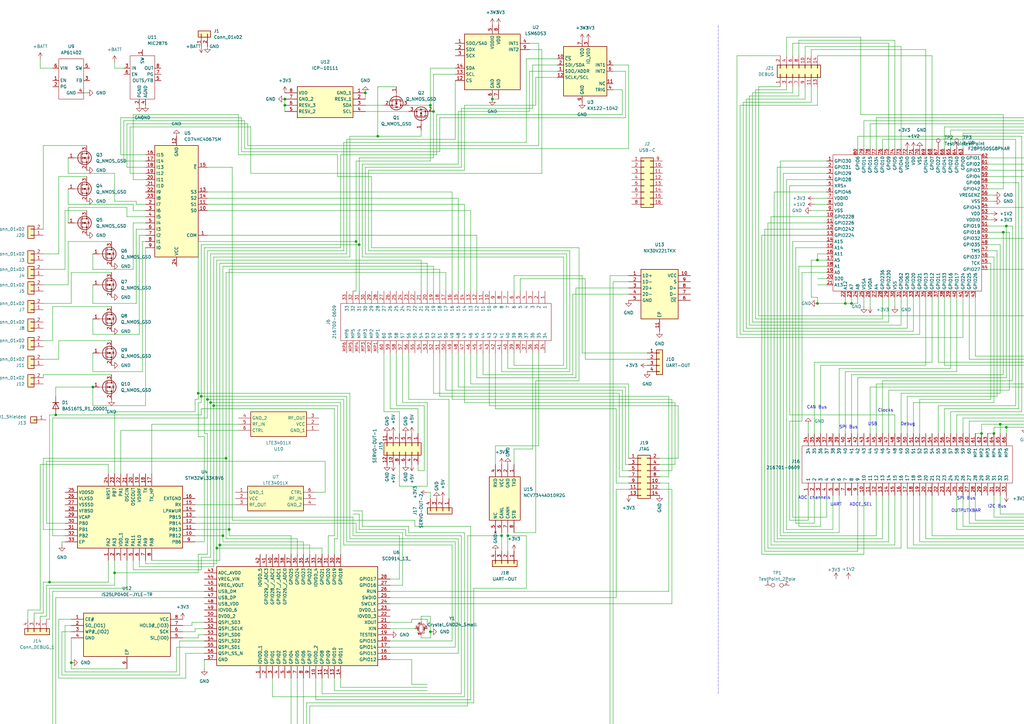
<source format=kicad_sch>
(kicad_sch (version 20250114) (generator "eeschema") (generator_version "9.0")
  (paper "A3")
  (text "SPI Bus" (at 396.24 204.47 0) (effects (font (size 1.27 1.27))))
  (text "CAN Bus" (at 335.026 167.132 0) (effects (font (size 1.27 1.27))))
  (text "OUTPUTXBAR" (at 396.24 209.55 0) (effects (font (size 1.27 1.27))))
  (text "SPI Bus" (at 347.98 175.26 0) (effects (font (size 1.27 1.27))))
  (text "I2C Bus" (at 408.94 207.772 0) (effects (font (size 1.27 1.27))))
  (text "Debug" (at 372.364 173.99 0) (effects (font (size 1.27 1.27))))
  (text "UART" (at 342.9 207.01 0) (effects (font (size 1.27 1.27))))
  (text "ADC channels" (at 334.01 204.216 0) (effects (font (size 1.27 1.27))))
  (text "Clocks" (at 363.22 168.402 0) (effects (font (size 1.27 1.27))))
  (text "USB" (at 357.886 173.99 0) (effects (font (size 1.27 1.27))))
  (text "ADCE_SEL" (at 353.06 207.01 0) (effects (font (size 1.27 1.27))))
  (junction (at 22.86 170.18))
  (junction (at 346.71 124.46))
  (junction (at 335.28 124.46))
  (junction (at 82.55 162.56))
  (junction (at 402.59 177.8))
  (junction (at 349.25 124.46))
  (junction (at 93.98 217.17))
  (junction (at 205.74 219.71))
  (junction (at 92.71 187.96))
  (junction (at 410.21 173.99))
  (junction (at 176.53 43.18))
  (junction (at 88.9 224.79))
  (junction (at 29.21 271.78))
  (junction (at 201.93 40.64))
  (junction (at 116.84 43.18))
  (junction (at 86.36 165.1))
  (junction (at 87.63 166.37))
  (junction (at 20.32 238.76))
  (junction (at 46.99 234.95))
  (junction (at 147.32 100.33))
  (junction (at 407.67 177.8))
  (junction (at 91.44 219.71))
  (junction (at 412.75 92.71))
  (junction (at 411.48 95.25))
  (junction (at 149.86 38.1))
  (junction (at 81.28 161.29))
  (junction (at 335.28 106.68))
  (junction (at 177.8 45.72))
  (junction (at 154.94 55.88))
  (junction (at 208.28 219.71))
  (junction (at 38.1 158.75))
  (junction (at 176.53 259.08))
  (junction (at 85.09 163.83))
  (junction (at 412.75 175.26))
  (junction (at 146.05 99.06))
  (junction (at 90.17 223.52))
  (junction (at 116.84 40.64))
  (wire (pts (xy 316.23 223.52) (xy 367.03 223.52)))
  (wire (pts (xy 407.67 175.26) (xy 412.75 175.26)))
  (wire (pts (xy 382.27 219.71) (xy 434.34 219.71)))
  (wire (pts (xy 85.09 177.8) (xy 85.09 227.33)))
  (wire (pts (xy 185.42 223.52) (xy 185.42 262.89)))
  (wire (pts (xy 82.55 170.18) (xy 82.55 167.64)))
  (wire (pts (xy 189.23 68.58) (xy 189.23 44.45)))
  (wire (pts (xy 356.87 158.75) (xy 424.18 158.75)))
  (wire (pts (xy 335.28 106.68) (xy 335.28 104.14)))
  (polyline (pts (xy 294.64 284.48) (xy 294.64 10.16)) (stroke (width 0.1) (type dash)))
  (wire (pts (xy 92.71 111.76) (xy 92.71 187.96)))
  (wire (pts (xy 205.74 144.78) (xy 205.74 152.4)))
  (wire (pts (xy 52.07 241.3) (xy 20.32 241.3)))
  (wire (pts (xy 154.94 55.88) (xy 143.51 55.88)))
  (wire (pts (xy 433.07 110.49) (xy 433.07 217.17)))
  (wire (pts (xy 335.28 106.68) (xy 339.09 106.68)))
  (wire (pts (xy 187.96 144.78) (xy 187.96 158.75)))
  (wire (pts (xy 189.23 44.45) (xy 218.44 44.45)))
  (wire (pts (xy 127 223.52) (xy 127 227.33)))
  (wire (pts (xy 334.01 203.2) (xy 334.01 214.63)))
  (wire (pts (xy 351.79 121.92) (xy 351.79 124.46)))
  (wire (pts (xy 101.6 59.69) (xy 220.98 59.69)))
  (wire (pts (xy 419.1 168.91) (xy 389.89 168.91)))
  (wire (pts (xy 405.13 100.33) (xy 410.21 100.33)))
  (wire (pts (xy 190.5 218.44) (xy 167.64 218.44)))
  (wire (pts (xy 49.53 176.53) (xy 97.79 176.53)))
  (wire (pts (xy 323.85 76.2) (xy 323.85 170.18)))
  (wire (pts (xy 82.55 162.56) (xy 82.55 165.1)))
  (wire (pts (xy 411.48 77.47) (xy 411.48 46.99)))
  (wire (pts (xy 160.02 167.64) (xy 160.02 144.78)))
  (wire (pts (xy 62.23 229.87) (xy 90.17 229.87)))
  (wire (pts (xy 168.91 255.27) (xy 168.91 254)))
  (wire (pts (xy 100.33 49.53) (xy 100.33 60.96)))
  (wire (pts (xy 434.34 96.52) (xy 434.34 219.71)))
  (wire (pts (xy 392.43 217.17) (xy 433.07 217.17)))
  (wire (pts (xy 394.97 54.61) (xy 422.91 54.61)))
  (wire (pts (xy 44.45 229.87) (xy 44.45 238.76)))
  (wire (pts (xy 318.77 68.58) (xy 318.77 220.98)))
  (wire (pts (xy 160.02 247.65) (xy 275.59 247.65)))
  (wire (pts (xy 274.32 162.56) (xy 274.32 195.58)))
  (wire (pts (xy 318.77 68.58) (xy 339.09 68.58)))
  (wire (pts (xy 405.13 72.39) (xy 420.37 72.39)))
  (wire (pts (xy 19.05 252.73) (xy 16.51 252.73)))
  (wire (pts (xy 405.13 105.41) (xy 407.67 105.41)))
  (wire (pts (xy 278.13 166.37) (xy 278.13 187.96)))
  (wire (pts (xy 29.21 271.78) (xy 29.21 274.32)))
  (wire (pts (xy 190.5 165.1) (xy 190.5 144.78)))
  (wire (pts (xy 22.86 158.75) (xy 38.1 158.75)))
  (wire (pts (xy 157.48 168.91) (xy 157.48 144.78)))
  (wire (pts (xy 384.81 166.37) (xy 384.81 177.8)))
  (wire (pts (xy 336.55 149.86) (xy 379.73 149.86)))
  (wire (pts (xy 85.09 81.28) (xy 187.96 81.28)))
  (wire (pts (xy 78.74 256.54) (xy 78.74 255.27)))
  (wire (pts (xy 17.78 139.7) (xy 21.59 139.7)))
  (wire (pts (xy 176.53 43.18) (xy 176.53 66.04)))
  (wire (pts (xy 219.71 31.75) (xy 228.6 31.75)))
  (wire (pts (xy 389.89 60.96) (xy 389.89 53.34)))
  (wire (pts (xy 339.09 212.09) (xy 339.09 203.2)))
  (wire (pts (xy 92.71 220.98) (xy 121.92 220.98)))
  (wire (pts (xy 163.83 177.8) (xy 163.83 168.91)))
  (wire (pts (xy 171.45 193.04) (xy 171.45 190.5)))
  (wire (pts (xy 93.98 110.49) (xy 93.98 217.17)))
  (wire (pts (xy 382.27 148.59) (xy 382.27 121.92)))
  (wire (pts (xy 93.98 219.71) (xy 119.38 219.71)))
  (wire (pts (xy 87.63 232.41) (xy 57.15 232.41)))
  (wire (pts (xy 344.17 203.2) (xy 344.17 218.44)))
  (wire (pts (xy 317.5 222.25) (xy 364.49 222.25)))
  (wire (pts (xy 191.77 289.56) (xy 191.77 219.71)))
  (wire (pts (xy 124.46 222.25) (xy 124.46 227.33)))
  (wire (pts (xy 374.65 165.1) (xy 374.65 177.8)))
  (wire (pts (xy 52.07 88.9) (xy 59.69 88.9)))
  (wire (pts (xy 91.44 219.71) (xy 91.44 222.25)))
  (wire (pts (xy 356.87 158.75) (xy 356.87 177.8)))
  (wire (pts (xy 81.28 234.95) (xy 46.99 234.95)))
  (wire (pts (xy 195.58 154.94) (xy 236.22 154.94)))
  (wire (pts (xy 17.78 238.76) (xy 17.78 251.46)))
  (wire (pts (xy 339.09 78.74) (xy 317.5 78.74)))
  (wire (pts (xy 142.24 222.25) (xy 142.24 162.56)))
  (wire (pts (xy 351.79 124.46) (xy 349.25 124.46)))
  (wire (pts (xy 193.04 86.36) (xy 193.04 119.38)))
  (wire (pts (xy 133.35 201.93) (xy 129.54 201.93)))
  (wire (pts (xy 81.28 227.33) (xy 81.28 234.95)))
  (wire (pts (xy 62.23 194.31) (xy 62.23 173.99)))
  (wire (pts (xy 405.13 177.8) (xy 407.67 177.8)))
  (wire (pts (xy 426.72 49.53) (xy 426.72 96.52)))
  (wire (pts (xy 389.89 53.34) (xy 424.18 53.34)))
  (wire (pts (xy 24.13 72.39) (xy 35.56 72.39)))
  (wire (pts (xy 87.63 166.37) (xy 87.63 232.41)))
  (wire (pts (xy 85.09 163.83) (xy 85.09 171.45)))
  (wire (pts (xy 80.01 163.83) (xy 80.01 168.91)))
  (wire (pts (xy 82.55 327.66) (xy 82.55 334.01)))
  (wire (pts (xy 421.64 171.45) (xy 394.97 171.45)))
  (wire (pts (xy 46.99 168.91) (xy 80.01 168.91)))
  (wire (pts (xy 171.45 167.64) (xy 160.02 167.64)))
  (wire (pts (xy 332.74 121.92) (xy 335.28 121.92)))
  (wire (pts (xy 327.66 16.51) (xy 367.03 16.51)))
  (wire (pts (xy 218.44 26.67) (xy 228.6 26.67)))
  (wire (pts (xy 140.97 58.42) (xy 140.97 102.87)))
  (wire (pts (xy 397.51 214.63) (xy 430.53 214.63)))
  (wire (pts (xy 392.43 170.18) (xy 392.43 177.8)))
  (wire (pts (xy 91.44 109.22) (xy 91.44 219.71)))
  (wire (pts (xy 323.85 172.72) (xy 328.93 172.72)))
  (wire (pts (xy 203.2 144.78) (xy 203.2 167.64)))
  (wire (pts (xy 335.28 114.3) (xy 339.09 114.3)))
  (wire (pts (xy 177.8 144.78) (xy 177.8 161.29)))
  (wire (pts (xy 16.51 190.5) (xy 16.51 250.19)))
  (wire (pts (xy 439.42 69.85) (xy 439.42 224.79)))
  (wire (pts (xy 38.1 166.37) (xy 38.1 158.75)))
  (wire (pts (xy 306.07 40.64) (xy 330.2 40.64)))
  (wire (pts (xy 88.9 106.68) (xy 88.9 224.79)))
  (wire (pts (xy 256.54 158.75) (xy 256.54 190.5)))
  (wire (pts (xy 389.89 121.92) (xy 389.89 151.13)))
  (wire (pts (xy 334.01 148.59) (xy 334.01 177.8)))
  (wire (pts (xy 372.11 203.2) (xy 372.11 224.79)))
  (wire (pts (xy 394.97 138.43) (xy 302.26 138.43)))
  (wire (pts (xy 198.12 144.78) (xy 198.12 153.67)))
  (wire (pts (xy 29.21 256.54) (xy 26.67 256.54)))
  (wire (pts (xy 55.88 93.98) (xy 55.88 124.46)))
  (wire (pts (xy 21.59 139.7) (xy 21.59 125.73)))
  (wire (pts (xy 325.12 212.09) (xy 339.09 212.09)))
  (wire (pts (xy 85.09 171.45) (xy 21.59 171.45)))
  (wire (pts (xy 27.94 77.47) (xy 27.94 83.82)))
  (wire (pts (xy 354.33 49.53) (xy 426.72 49.53)))
  (wire (pts (xy 219.71 218.44) (xy 219.71 156.21)))
  (wire (pts (xy 26.67 256.54) (xy 26.67 275.59)))
  (wire (pts (xy 185.42 262.89) (xy 160.02 262.89)))
  (wire (pts (xy 302.26 138.43) (xy 302.26 22.86)))
  (wire (pts (xy 394.97 121.92) (xy 394.97 138.43)))
  (wire (pts (xy 187.96 158.75) (xy 256.54 158.75)))
  (wire (pts (xy 265.43 147.32) (xy 240.03 147.32)))
  (wire (pts (xy 322.58 217.17) (xy 341.63 217.17)))
  (wire (pts (xy 275.59 163.83) (xy 275.59 193.04)))
  (wire (pts (xy 55.88 124.46) (xy 38.1 124.46)))
  (wire (pts (xy 81.28 261.62) (xy 74.93 261.62)))
  (wire (pts (xy 205.74 219.71) (xy 205.74 226.06)))
  (wire (pts (xy 90.17 107.95) (xy 175.26 107.95)))
  (wire (pts (xy 82.55 100.33) (xy 147.32 100.33)))
  (wire (pts (xy 369.57 133.35) (xy 307.34 133.35)))
  (wire (pts (xy 171.45 193.04) (xy 173.99 193.04)))
  (wire (pts (xy 208.28 219.71) (xy 208.28 226.06)))
  (wire (pts (xy 19.05 214.63) (xy 19.05 189.23)))
  (wire (pts (xy 187.96 45.72) (xy 217.17 45.72)))
  (wire (pts (xy 81.28 99.06) (xy 146.05 99.06)))
  (wire (pts (xy 252.73 167.64) (xy 252.73 198.12)))
  (wire (pts (xy 379.73 20.32) (xy 379.73 60.96)))
  (wire (pts (xy 97.79 46.99) (xy 54.61 46.99)))
  (wire (pts (xy 322.58 73.66) (xy 322.58 217.17)))
  (wire (pts (xy 203.2 182.88) (xy 220.98 182.88)))
  (wire (pts (xy 251.46 115.57) (xy 257.81 115.57)))
  (wire (pts (xy 179.07 46.99) (xy 179.07 63.5)))
  (wire (pts (xy 102.87 52.07) (xy 53.34 52.07)))
  (wire (pts (xy 384.81 148.59) (xy 429.26 148.59)))
  (wire (pts (xy 304.8 135.89) (xy 374.65 135.89)))
  (wire (pts (xy 332.74 22.86) (xy 332.74 20.32)))
  (wire (pts (xy 321.31 71.12) (xy 321.31 218.44)))
  (wire (pts (xy 86.36 228.6) (xy 86.36 165.1)))
  (wire (pts (xy 407.67 177.8) (xy 407.67 175.26)))
  (wire (pts (xy 351.79 203.2) (xy 351.79 226.06)))
  (wire (pts (xy 58.42 99.06) (xy 59.69 99.06)))
  (wire (pts (xy 255.27 36.83) (xy 255.27 46.99)))
  (wire (pts (xy 139.7 63.5) (xy 139.7 101.6)))
  (wire (pts (xy 132.08 284.48) (xy 189.23 284.48)))
  (wire (pts (xy 185.42 144.78) (xy 185.42 163.83)))
  (wire (pts (xy 88.9 224.79) (xy 132.08 224.79)))
  (wire (pts (xy 81.28 161.29) (xy 81.28 163.83)))
  (wire (pts (xy 327.66 39.37) (xy 327.66 35.56)))
  (wire (pts (xy 321.31 71.12) (xy 339.09 71.12)))
  (wire (pts (xy 394.97 203.2) (xy 394.97 215.9)))
  (wire (pts (xy 83.82 101.6) (xy 139.7 101.6)))
  (wire (pts (xy 314.96 91.44) (xy 314.96 224.79)))
  (wire (pts (xy 254 161.29) (xy 254 195.58)))
  (wire (pts (xy 55.88 83.82) (xy 55.88 82.55)))
  (wire (pts (xy 318.77 220.98) (xy 361.95 220.98)))
  (wire (pts (xy 184.15 204.47) (xy 184.15 163.83)))
  (wire (pts (xy 367.03 170.18) (xy 367.03 177.8)))
  (wire (pts (xy 138.43 72.39) (xy 138.43 63.5)))
  (wire (pts (xy 29.21 111.76) (xy 45.72 111.76)))
  (wire (pts (xy 38.1 104.14) (xy 38.1 110.49)))
  (wire (pts (xy 219.71 156.21) (xy 237.49 156.21)))
  (wire (pts (xy 93.98 110.49) (xy 180.34 110.49)))
  (wire (pts (xy 425.45 157.48) (xy 425.45 52.07)))
  (wire (pts (xy 121.92 220.98) (xy 121.92 227.33)))
  (wire (pts (xy 341.63 203.2) (xy 341.63 217.17)))
  (wire (pts (xy 78.74 255.27) (xy 83.82 255.27)))
  (wire (pts (xy 144.78 119.38) (xy 146.05 119.38)))
  (wire (pts (xy 86.36 165.1) (xy 86.36 104.14)))
  (wire (pts (xy 356.87 50.8) (xy 356.87 60.96)))
  (wire (pts (xy 364.49 17.78) (xy 325.12 17.78)))
  (wire (pts (xy 407.67 212.09) (xy 426.72 212.09)))
  (wire (pts (xy 313.69 93.98) (xy 313.69 226.06)))
  (wire (pts (xy 167.64 215.9) (xy 148.59 215.9)))
  (wire (pts (xy 309.88 36.83) (xy 322.58 36.83)))
  (wire (pts (xy 85.09 78.74) (xy 185.42 78.74)))
  (wire (pts (xy 54.61 73.66) (xy 59.69 73.66)))
  (wire (pts (xy 143.51 220.98) (xy 187.96 220.98)))
  (wire (pts (xy 38.1 144.78) (xy 38.1 152.4)))
  (wire (pts (xy 210.82 119.38) (xy 210.82 113.03)))
  (wire (pts (xy 330.2 40.64) (xy 330.2 35.56)))
  (wire (pts (xy 332.74 35.56) (xy 332.74 41.91)))
  (wire (pts (xy 151.13 102.87) (xy 151.13 69.85)))
  (wire (pts (xy 46.99 229.87) (xy 46.99 234.95)))
  (wire (pts (xy 344.17 218.44) (xy 321.31 218.44)))
  (wire (pts (xy 419.1 55.88) (xy 419.1 168.91)))
  (wire (pts (xy 195.58 96.52) (xy 85.09 96.52)))
  (wire (pts (xy 331.47 213.36) (xy 331.47 203.2)))
  (wire (pts (xy 359.41 203.2) (xy 359.41 219.71)))
  (wire (pts (xy 147.32 64.77) (xy 177.8 64.77)))
  (wire (pts (xy 326.39 101.6) (xy 339.09 101.6)))
  (wire (pts (xy 21.59 219.71) (xy 26.67 219.71)))
  (wire (pts (xy 186.69 222.25) (xy 142.24 222.25)))
  (wire (pts (xy 146.05 66.04) (xy 146.05 99.06)))
  (wire (pts (xy 327.66 215.9) (xy 336.55 215.9)))
  (wire (pts (xy 85.09 83.82) (xy 190.5 83.82)))
  (wire (pts (xy 116.84 43.18) (xy 116.84 45.72)))
  (wire (pts (xy 57.15 137.16) (xy 57.15 96.52)))
  (wire (pts (xy 415.29 92.71) (xy 412.75 92.71)))
  (wire (pts (xy 415.29 92.71) (xy 415.29 156.21)))
  (wire (pts (xy 430.53 147.32) (xy 430.53 214.63)))
  (wire (pts (xy 339.09 76.2) (xy 323.85 76.2)))
  (wire (pts (xy 389.89 168.91) (xy 389.89 177.8)))
  (wire (pts (xy 74.93 259.08) (xy 80.01 259.08)))
  (wire (pts (xy 53.34 71.12) (xy 59.69 71.12)))
  (wire (pts (xy 257.81 26.67) (xy 251.46 26.67)))
  (wire (pts (xy 146.05 214.63) (xy 146.05 218.44)))
  (wire (pts (xy 405.13 67.31) (xy 421.64 67.31)))
  (wire (pts (xy 429.26 148.59) (xy 429.26 213.36)))
  (wire (pts (xy 429.26 93.98) (xy 436.88 93.98)))
  (wire (pts (xy 167.64 43.18) (xy 176.53 43.18)))
  (wire (pts (xy 406.4 107.95) (xy 405.13 107.95)))
  (wire (pts (xy 361.95 203.2) (xy 361.95 220.98)))
  (wire (pts (xy 80.01 259.08) (xy 80.01 257.81)))
  (wire (pts (xy 387.35 177.8) (xy 387.35 167.64)))
  (wire (pts (xy 172.72 255.27) (xy 172.72 252.73)))
  (wire (pts (xy 394.97 171.45) (xy 394.97 177.8)))
  (wire (pts (xy 177.8 30.48) (xy 177.8 45.72)))
  (wire (pts (xy 38.1 124.46) (xy 38.1 116.84)))
  (wire (pts (xy 351.79 226.06) (xy 313.69 226.06)))
  (wire (pts (xy 132.08 278.13) (xy 132.08 284.48)))
  (wire (pts (xy 411.48 46.99) (xy 353.06 46.99)))
  (wire (pts (xy 215.9 241.3) (xy 215.9 219.71)))
  (wire (pts (xy 218.44 44.45) (xy 218.44 26.67)))
  (wire (pts (xy 148.59 215.9) (xy 148.59 209.55)))
  (wire (pts (xy 406.4 107.95) (xy 406.4 163.83)))
  (wire (pts (xy 20.32 170.18) (xy 22.86 170.18)))
  (wire (pts (xy 144.78 209.55) (xy 148.59 209.55)))
  (wire (pts (xy 414.02 160.02) (xy 414.02 95.25)))
  (wire (pts (xy 82.55 233.68) (xy 82.55 228.6)))
  (wire (pts (xy 35.56 86.36) (xy 26.67 86.36)))
  (wire (pts (xy 46.99 71.12) (xy 46.99 82.55)))
  (wire (pts (xy 80.01 217.17) (xy 93.98 217.17)))
  (wire (pts (xy 80.01 163.83) (xy 81.28 163.83)))
  (wire (pts (xy 21.59 242.57) (xy 21.59 342.9)))
  (wire (pts (xy 322.58 36.83) (xy 322.58 35.56)))
  (wire (pts (xy 397.51 121.92) (xy 397.51 147.32)))
  (wire (pts (xy 54.61 86.36) (xy 59.69 86.36)))
  (wire (pts (xy 20.32 254) (xy 19.05 254)))
  (wire (pts (xy 163.83 168.91) (xy 157.48 168.91)))
  (wire (pts (xy 165.1 165.1) (xy 165.1 144.78)))
  (wire (pts (xy 16.51 252.73) (xy 16.51 254)))
  (wire (pts (xy 252.73 200.66) (xy 257.81 200.66)))
  (wire (pts (xy 29.21 261.62) (xy 29.21 271.78)))
  (wire (pts (xy 172.72 261.62) (xy 172.72 260.35)))
  (wire (pts (xy 17.78 217.17) (xy 26.67 217.17)))
  (wire (pts (xy 308.61 132.08) (xy 308.61 38.1)))
  (wire (pts (xy 83.82 274.32) (xy 83.82 270.51)))
  (wire (pts (xy 46.99 27.94) (xy 50.8 27.94)))
  (wire (pts (xy 354.33 203.2) (xy 354.33 227.33)))
  (wire (pts (xy 311.15 129.54) (xy 311.15 35.56)))
  (wire (pts (xy 137.16 283.21) (xy 175.26 283.21)))
  (wire (pts (xy 364.49 160.02) (xy 414.02 160.02)))
  (wire (pts (xy 405.13 97.79) (xy 427.99 97.79)))
  (wire (pts (xy 215.9 219.71) (xy 208.28 219.71)))
  (wire (pts (xy 311.15 35.56) (xy 320.04 35.56)))
  (wire (pts (xy 142.24 57.15) (xy 142.24 104.14)))
  (wire (pts (xy 334.01 81.28) (xy 339.09 81.28)))
  (wire (pts (xy 327.66 22.86) (xy 327.66 16.51)))
  (wire (pts (xy 334.01 83.82) (xy 339.09 83.82)))
  (wire (pts (xy 95.25 213.36) (xy 170.18 213.36)))
  (wire (pts (xy 231.14 105.41) (xy 148.59 105.41)))
  (wire (pts (xy 189.23 219.71) (xy 166.37 219.71)))
  (wire (pts (xy 82.55 100.33) (xy 82.55 162.56)))
  (wire (pts (xy 427.99 97.79) (xy 427.99 210.82)))
  (wire (pts (xy 382.27 22.86) (xy 382.27 60.96)))
  (wire (pts (xy 351.79 60.96) (xy 351.79 55.88)))
  (wire (pts (xy 80.01 207.01) (xy 96.52 207.01)))
  (wire (pts (xy 374.65 135.89) (xy 374.65 121.92)))
  (wire (pts (xy 339.09 91.44) (xy 314.96 91.44)))
  (wire (pts (xy 387.35 167.64) (xy 417.83 167.64)))
  (wire (pts (xy 73.66 276.86) (xy 73.66 262.89)))
  (wire (pts (xy 168.91 280.67) (xy 175.26 280.67)))
  (wire (pts (xy 27.94 71.12) (xy 27.94 64.77)))
  (wire (pts (xy 200.66 144.78) (xy 200.66 166.37)))
  (wire (pts (xy 407.67 203.2) (xy 407.67 212.09)))
  (wire (pts (xy 46.99 234.95) (xy 46.99 240.03)))
  (wire (pts (xy 139.7 278.13) (xy 139.7 281.94)))
  (wire (pts (xy 194.31 288.29) (xy 194.31 241.3)))
  (wire (pts (xy 177.8 45.72) (xy 177.8 64.77)))
  (wire (pts (xy 327.66 109.22) (xy 327.66 215.9)))
  (wire (pts (xy 125.73 335.28) (xy 125.73 288.29)))
  (wire (pts (xy 175.26 165.1) (xy 165.1 165.1)))
  (wire (pts (xy 237.49 156.21) (xy 237.49 101.6)))
  (wire (pts (xy 59.69 231.14) (xy 59.69 229.87)))
  (wire (pts (xy 82.55 325.12) (xy 81.28 325.12)))
  (wire (pts (xy 38.1 110.49) (xy 54.61 110.49)))
  (wire (pts (xy 175.26 199.39) (xy 175.26 165.1)))
  (wire (pts (xy 24.13 278.13) (xy 76.2 278.13)))
  (wire (pts (xy 160.02 245.11) (xy 252.73 245.11)))
  (wire (pts (xy 351.79 55.88) (xy 419.1 55.88)))
  (wire (pts (xy 369.57 121.92) (xy 369.57 133.35)))
  (wire (pts (xy 364.49 203.2) (xy 364.49 222.25)))
  (wire (pts (xy 127 289.56) (xy 191.77 289.56)))
  (wire (pts (xy 165.1 218.44) (xy 165.1 240.03)))
  (wire (pts (xy 372.11 162.56) (xy 372.11 177.8)))
  (wire (pts (xy 27.94 91.44) (xy 27.94 85.09)))
  (wire (pts (xy 58.42 152.4) (xy 58.42 99.06)))
  (wire (pts (xy 364.49 121.92) (xy 364.49 132.08)))
  (wire (pts (xy 160.02 257.81) (xy 170.18 257.81)))
  (wire (pts (xy 172.72 119.38) (xy 172.72 106.68)))
  (wire (pts (xy 220.98 59.69) (xy 220.98 17.78)))
  (wire (pts (xy 160.02 270.51) (xy 168.91 270.51)))
  (wire (pts (xy 427.99 95.25) (xy 427.99 50.8)))
  (wire (pts (xy 257.81 157.48) (xy 257.81 187.96)))
  (wire (pts (xy 17.78 124.46) (xy 29.21 124.46)))
  (wire (pts (xy 252.73 198.12) (xy 257.81 198.12)))
  (wire (pts (xy 17.78 187.96) (xy 17.78 217.17)))
  (wire (pts (xy 276.86 190.5) (xy 276.86 165.1)))
  (wire (pts (xy 26.67 275.59) (xy 72.39 275.59)))
  (wire (pts (xy 140.97 102.87) (xy 85.09 102.87)))
  (wire (pts (xy 111.76 278.13) (xy 111.76 285.75)))
  (wire (pts (xy 351.79 154.94) (xy 412.75 154.94)))
  (wire (pts (xy 80.01 257.81) (xy 83.82 257.81)))
  (wire (pts (xy 238.76 113.03) (xy 238.76 144.78)))
  (wire (pts (xy 369.57 19.05) (xy 330.2 19.05)))
  (wire (pts (xy 374.65 223.52) (xy 438.15 223.52)))
  (wire (pts (xy 208.28 144.78) (xy 208.28 151.13)))
  (wire (pts (xy 171.45 177.8) (xy 171.45 167.64)))
  (wire (pts (xy 330.2 19.05) (xy 330.2 22.86)))
  (wire (pts (xy 52.07 68.58) (xy 52.07 50.8)))
  (wire (pts (xy 186.69 265.43) (xy 186.69 222.25)))
  (wire (pts (xy 160.02 255.27) (xy 168.91 255.27)))
  (wire (pts (xy 346.71 152.4) (xy 346.71 177.8)))
  (wire (pts (xy 240.03 147.32) (xy 240.03 114.3)))
  (wire (pts (xy 182.88 111.76) (xy 92.71 111.76)))
  (wire (pts (xy 339.09 111.76) (xy 328.93 111.76)))
  (wire (pts (xy 326.39 101.6) (xy 326.39 214.63)))
  (wire (pts (xy 420.37 72.39) (xy 420.37 170.18)))
  (wire (pts (xy 303.53 137.16) (xy 303.53 43.18)))
  (wire (pts (xy 397.51 203.2) (xy 397.51 214.63)))
  (wire (pts (xy 62.23 173.99) (xy 97.79 173.99)))
  (wire (pts (xy 101.6 50.8) (xy 101.6 59.69)))
  (wire (pts (xy 148.59 67.31) (xy 187.96 67.31)))
  (wire (pts (xy 24.13 254) (xy 24.13 278.13)))
  (wire (pts (xy 217.17 29.21) (xy 228.6 29.21)))
  (wire (pts (xy 377.19 222.25) (xy 436.88 222.25)))
  (wire (pts (xy 25.4 222.25) (xy 26.67 222.25)))
  (wire (pts (xy 194.31 241.3) (xy 215.9 241.3)))
  (wire (pts (xy 11.43 250.19) (xy 16.51 250.19)))
  (wire (pts (xy 361.95 60.96) (xy 361.95 57.15)))
  (wire (pts (xy 417.83 74.93) (xy 405.13 74.93)))
  (wire (pts (xy 179.07 63.5) (xy 139.7 63.5)))
  (wire (pts (xy 408.94 102.87) (xy 408.94 162.56)))
  (wire (pts (xy 13.97 251.46) (xy 13.97 254)))
  (wire (pts (xy 59.69 83.82) (xy 55.88 83.82)))
  (wire (pts (xy 73.66 262.89) (xy 83.82 262.89)))
  (wire (pts (xy 421.64 67.31) (xy 421.64 171.45)))
  (wire (pts (xy 129.54 287.02) (xy 129.54 278.13)))
  (wire (pts (xy 394.97 215.9) (xy 431.8 215.9)))
  (wire (pts (xy 21.59 125.73) (xy 45.72 125.73)))
  (wire (pts (xy 411.48 95.25) (xy 411.48 153.67)))
  (wire (pts (xy 22.86 341.63) (xy 22.86 245.11)))
  (wire (pts (xy 367.03 203.2) (xy 367.03 223.52)))
  (wire (pts (xy 57.15 232.41) (xy 57.15 229.87)))
  (wire (pts (xy 172.72 55.88) (xy 172.72 53.34)))
  (wire (pts (xy 422.91 172.72) (xy 397.51 172.72)))
  (wire (pts (xy 93.98 217.17) (xy 93.98 219.71)))
  (wire (pts (xy 91.44 219.71) (xy 80.01 219.71)))
  (wire (pts (xy 349.25 153.67) (xy 349.25 177.8)))
  (wire (pts (xy 121.92 327.66) (xy 121.92 278.13)))
  (wire (pts (xy 195.58 144.78) (xy 195.58 154.94)))
  (wire (pts (xy 180.34 162.56) (xy 274.32 162.56)))
  (wire (pts (xy 147.32 217.17) (xy 147.32 210.82)))
  (wire (pts (xy 85.09 163.83) (xy 140.97 163.83)))
  (wire (pts (xy 17.78 104.14) (xy 24.13 104.14)))
  (wire (pts (xy 213.36 114.3) (xy 213.36 119.38)))
  (wire (pts (xy 361.95 156.21) (xy 415.29 156.21)))
  (wire (pts (xy 149.86 43.18) (xy 157.48 43.18)))
  (wire (pts (xy 379.73 203.2) (xy 379.73 220.98)))
  (wire (pts (xy 424.18 53.34) (xy 424.18 158.75)))
  (wire (pts (xy 400.05 146.05) (xy 431.8 146.05)))
  (wire (pts (xy 46.99 71.12) (xy 27.94 71.12)))
  (wire (pts (xy 163.83 190.5) (xy 163.83 199.39)))
  (wire (pts (xy 377.19 121.92) (xy 377.19 137.16)))
  (wire (pts (xy 254 195.58) (xy 257.81 195.58)))
  (wire (pts (xy 52.07 85.09) (xy 52.07 88.9)))
  (wire (pts (xy 176.53 201.93) (xy 176.53 204.47)))
  (wire (pts (xy 336.55 215.9) (xy 336.55 203.2)))
  (wire (pts (xy 91.44 109.22) (xy 177.8 109.22)))
  (wire (pts (xy 210.82 144.78) (xy 210.82 149.86)))
  (wire (pts (xy 119.38 320.04) (xy 110.49 320.04)))
  (wire (pts (xy 133.35 189.23) (xy 133.35 201.93)))
  (wire (pts (xy 139.7 281.94) (xy 175.26 281.94)))
  (wire (pts (xy 420.37 170.18) (xy 392.43 170.18)))
  (wire (pts (xy 180.34 110.49) (xy 180.34 119.38)))
  (wire (pts (xy 339.09 73.66) (xy 322.58 73.66)))
  (wire (pts (xy 210.82 218.44) (xy 219.71 218.44)))
  (wire (pts (xy 189.23 219.71) (xy 189.23 284.48)))
  (wire (pts (xy 27.94 116.84) (xy 27.94 99.06)))
  (wire (pts (xy 54.61 110.49) (xy 54.61 91.44)))
  (wire (pts (xy 377.19 137.16) (xy 303.53 137.16)))
  (wire (pts (xy 44.45 194.31) (xy 44.45 190.5)))
  (wire (pts (xy 92.71 187.96) (xy 92.71 220.98)))
  (wire (pts (xy 387.35 121.92) (xy 387.35 149.86)))
  (wire (pts (xy 369.57 60.96) (xy 369.57 19.05)))
  (wire (pts (xy 406.4 163.83) (xy 377.19 163.83)))
  (wire (pts (xy 190.5 69.85) (xy 190.5 43.18)))
  (wire (pts (xy 387.35 149.86) (xy 426.72 149.86)))
  (wire (pts (xy 46.99 168.91) (xy 46.99 194.31)))
  (wire (pts (xy 255.27 46.99) (xy 179.07 46.99)))
  (wire (pts (xy 17.78 251.46) (xy 13.97 251.46)))
  (wire (pts (xy 255.27 193.04) (xy 255.27 160.02)))
  (wire (pts (xy 110.49 327.66) (xy 121.92 327.66)))
  (wire (pts (xy 364.49 160.02) (xy 364.49 177.8)))
  (wire (pts (xy 160.02 265.43) (xy 186.69 265.43)))
  (wire (pts (xy 410.21 173.99) (xy 425.45 173.99)))
  (wire (pts (xy 408.94 162.56) (xy 372.11 162.56)))
  (wire (pts (xy 29.21 259.08) (xy 25.4 259.08)))
  (wire (pts (xy 99.06 48.26) (xy 49.53 48.26)))
  (wire (pts (xy 170.18 213.36) (xy 170.18 215.9)))
  (wire (pts (xy 208.28 218.44) (xy 208.28 219.71)))
  (wire (pts (xy 187.96 220.98) (xy 187.96 267.97)))
  (wire (pts (xy 100.33 60.96) (xy 257.81 60.96)))
  (wire (pts (xy 163.83 237.49) (xy 163.83 219.71)))
  (wire (pts (xy 392.43 121.92) (xy 392.43 152.4)))
  (wire (pts (xy 374.65 203.2) (xy 374.65 223.52)))
  (wire (pts (xy 81.28 325.12) (xy 81.28 335.28)))
  (wire (pts (xy 173.99 193.04) (xy 173.99 166.37)))
  (wire (pts (xy 274.32 198.12) (xy 270.51 198.12)))
  (wire (pts (xy 361.95 57.15) (xy 416.56 57.15)))
  (wire (pts (xy 332.74 86.36) (xy 339.09 86.36)))
  (wire (pts (xy 250.19 113.03) (xy 250.19 341.63)))
  (wire (pts (xy 46.99 240.03) (xy 19.05 240.03)))
  (wire (pts (xy 25.4 276.86) (xy 73.66 276.86)))
  (wire (pts (xy 275.59 200.66) (xy 275.59 247.65)))
  (wire (pts (xy 21.59 342.9) (xy 251.46 342.9)))
  (wire (pts (xy 275.59 193.04) (xy 270.51 193.04)))
  (wire (pts (xy 201.93 40.64) (xy 204.47 40.64)))
  (wire (pts (xy 431.8 146.05) (xy 431.8 215.9)))
  (wire (pts (xy 46.99 25.4) (xy 46.99 27.94)))
  (wire (pts (xy 19.05 240.03) (xy 19.05 252.73)))
  (wire (pts (xy 20.32 241.3) (xy 20.32 254)))
  (wire (pts (xy 405.13 87.63) (xy 406.4 87.63)))
  (wire (pts (xy 316.23 88.9) (xy 316.23 223.52)))
  (wire (pts (xy 306.07 134.62) (xy 306.07 40.64)))
  (wire (pts (xy 309.88 130.81) (xy 309.88 36.83)))
  (wire (pts (xy 185.42 78.74) (xy 185.42 119.38)))
  (wire (pts (xy 52.07 229.87) (xy 52.07 241.3)))
  (wire (pts (xy 405.13 80.01) (xy 407.67 80.01)))
  (wire (pts (xy 59.69 68.58) (xy 52.07 68.58)))
  (wire (pts (xy 320.04 219.71) (xy 359.41 219.71)))
  (wire (pts (xy 99.06 62.23) (xy 99.06 48.26)))
  (wire (pts (xy 412.75 175.26) (xy 420.37 175.26)))
  (wire (pts (xy 322.58 15.24) (xy 322.58 22.86)))
  (wire (pts (xy 426.72 149.86) (xy 426.72 212.09)))
  (wire (pts (xy 410.21 177.8) (xy 410.21 173.99)))
  (wire (pts (xy 335.28 22.86) (xy 382.27 22.86)))
  (wire (pts (xy 410.21 173.99) (xy 402.59 173.99)))
  (wire (pts (xy 182.88 160.02) (xy 182.88 144.78)))
  (wire (pts (xy 193.04 287.02) (xy 129.54 287.02)))
  (wire (pts (xy 200.66 166.37) (xy 278.13 166.37)))
  (wire (pts (xy 175.26 201.93) (xy 176.53 201.93)))
  (wire (pts (xy 152.4 101.6) (xy 152.4 72.39)))
  (wire (pts (xy 34.29 38.1) (xy 35.56 38.1)))
  (wire (pts (xy 83.82 101.6) (xy 83.82 177.8)))
  (wire (pts (xy 25.4 259.08) (xy 25.4 276.86)))
  (wire (pts (xy 177.8 119.38) (xy 177.8 109.22)))
  (wire (pts (xy 220.98 144.78) (xy 220.98 182.88)))
  (wire (pts (xy 59.69 101.6) (xy 59.69 166.37)))
  (wire (pts (xy 311.15 129.54) (xy 431.8 129.54)))
  (wire (pts (xy 193.04 144.78) (xy 193.04 157.48)))
  (wire (pts (xy 17.78 147.32) (xy 24.13 147.32)))
  (wire (pts (xy 384.81 121.92) (xy 384.81 148.59)))
  (wire (pts (xy 429.26 48.26) (xy 429.26 93.98)))
  (wire (pts (xy 76.2 278.13) (xy 76.2 267.97)))
  (wire (pts (xy 49.53 63.5) (xy 59.69 63.5)))
  (wire (pts (xy 416.56 57.15) (xy 416.56 166.37)))
  (wire (pts (xy 427.99 50.8) (xy 356.87 50.8)))
  (wire (pts (xy 397.51 147.32) (xy 430.53 147.32)))
  (wire (pts (xy 407.67 105.41) (xy 407.67 165.1)))
  (wire (pts (xy 431.8 129.54) (xy 431.8 85.09)))
  (wire (pts (xy 215.9 24.13) (xy 215.9 58.42)))
  (wire (pts (xy 320.04 66.04) (xy 320.04 219.71)))
  (wire (pts (xy 176.53 259.08) (xy 176.53 261.62)))
  (wire (pts (xy 218.44 144.78) (xy 218.44 184.15)))
  (wire (pts (xy 38.1 152.4) (xy 58.42 152.4)))
  (wire (pts (xy 323.85 213.36) (xy 331.47 213.36)))
  (wire (pts (xy 369.57 161.29) (xy 369.57 177.8)))
  (wire (pts (xy 85.09 86.36) (xy 193.04 86.36)))
  (wire (pts (xy 234.95 120.65) (xy 257.81 120.65)))
  (wire (pts (xy 160.02 242.57) (xy 274.32 242.57)))
  (wire (pts (xy 402.59 173.99) (xy 402.59 177.8)))
  (wire (pts (xy 162.56 166.37) (xy 162.56 144.78)))
  (wire (pts (xy 215.9 58.42) (xy 140.97 58.42)))
  (wire (pts (xy 335.28 116.84) (xy 339.09 116.84)))
  (wire (pts (xy 26.67 86.36) (xy 26.67 110.49)))
  (wire (pts (xy 187.96 267.97) (xy 160.02 267.97)))
  (wire (pts (xy 127 336.55) (xy 127 289.56)))
  (wire (pts (xy 49.53 48.26) (xy 49.53 63.5)))
  (wire (pts (xy 359.41 157.48) (xy 359.41 177.8)))
  (wire (pts (xy 82.55 162.56) (xy 142.24 162.56)))
  (wire (pts (xy 325.12 99.06) (xy 339.09 99.06)))
  (wire (pts (xy 149.86 38.1) (xy 149.86 40.64)))
  (wire (pts (xy 186.69 33.02) (xy 186.69 57.15)))
  (wire (pts (xy 364.49 132.08) (xy 308.61 132.08)))
  (wire (pts (xy 59.69 66.04) (xy 50.8 66.04)))
  (wire (pts (xy 83.82 179.07) (xy 81.28 179.07)))
  (wire (pts (xy 426.72 96.52) (xy 434.34 96.52)))
  (wire (pts (xy 331.47 173.99) (xy 331.47 177.8)))
  (wire (pts (xy 55.88 82.55) (xy 46.99 82.55)))
  (wire (pts (xy 397.51 172.72) (xy 397.51 177.8)))
  (wire (pts (xy 172.72 252.73) (xy 176.53 252.73)))
  (wire (pts (xy 367.03 16.51) (xy 367.03 60.96)))
  (wire (pts (xy 186.69 57.15) (xy 142.24 57.15)))
  (wire (pts (xy 149.86 68.58) (xy 189.23 68.58)))
  (wire (pts (xy 143.51 55.88) (xy 143.51 105.41)))
  (wire (pts (xy 182.88 119.38) (xy 182.88 111.76)))
  (wire (pts (xy 361.95 156.21) (xy 361.95 177.8)))
  (wire (pts (xy 405.13 82.55) (xy 407.67 82.55)))
  (wire (pts (xy 160.02 237.49) (xy 163.83 237.49)))
  (wire (pts (xy 29.21 254) (xy 24.13 254)))
  (wire (pts (xy 410.21 210.82) (xy 410.21 203.2)))
  (wire (pts (xy 17.78 110.49) (xy 26.67 110.49)))
  (wire (pts (xy 416.56 166.37) (xy 384.81 166.37)))
  (wire (pts (xy 219.71 43.18) (xy 219.71 31.75)))
  (wire (pts (xy 400.05 177.8) (xy 402.59 177.8)))
  (wire (pts (xy 422.91 54.61) (xy 422.91 172.72)))
  (wire (pts (xy 316.23 88.9) (xy 339.09 88.9)))
  (wire (pts (xy 180.34 62.23) (xy 99.06 62.23)))
  (wire (pts (xy 25.4 223.52) (xy 25.4 222.25)))
  (wire (pts (xy 184.15 163.83) (xy 167.64 163.83)))
  (wire (pts (xy 210.82 184.15) (xy 210.82 190.5)))
  (wire (pts (xy 257.81 113.03) (xy 250.19 113.03)))
  (wire (pts (xy 377.19 203.2) (xy 377.19 222.25)))
  (wire (pts (xy 111.76 285.75) (xy 190.5 285.75)))
  (wire (pts (xy 255.27 160.02) (xy 182.88 160.02)))
  (wire (pts (xy 387.35 52.07) (xy 425.45 52.07)))
  (wire (pts (xy 232.41 104.14) (xy 149.86 104.14)))
  (wire (pts (xy 190.5 43.18) (xy 219.71 43.18)))
  (wire (pts (xy 29.21 124.46) (xy 29.21 111.76)))
  (wire (pts (xy 274.32 195.58) (xy 270.51 195.58)))
  (wire (pts (xy 372.11 121.92) (xy 372.11 134.62)))
  (wire (pts (xy 335.28 106.68) (xy 332.74 106.68)))
  (wire (pts (xy 81.28 260.35) (xy 81.28 261.62)))
  (wire (pts (xy 27.94 99.06) (xy 45.72 99.06)))
  (wire (pts (xy 323.85 213.36) (xy 323.85 172.72)))
  (wire (pts (xy 334.01 148.59) (xy 382.27 148.59)))
  (wire (pts (xy 187.96 81.28) (xy 187.96 119.38)))
  (wire (pts (xy 205.74 218.44) (xy 205.74 219.71)))
  (wire (pts (xy 336.55 149.86) (xy 336.55 177.8)))
  (wire (pts (xy 217.17 20.32) (xy 222.25 20.32)))
  (wire (pts (xy 17.78 93.98) (xy 17.78 59.69)))
  (wire (pts (xy 208.28 151.13) (xy 232.41 151.13)))
  (wire (pts (xy 81.28 165.1) (xy 82.55 165.1)))
  (wire (pts (xy 168.91 254) (xy 175.26 254)))
  (wire (pts (xy 81.28 179.07) (xy 81.28 165.1)))
  (wire (pts (xy 218.44 184.15) (xy 210.82 184.15)))
  (wire (pts (xy 91.44 222.25) (xy 124.46 222.25)))
  (wire (pts (xy 220.98 17.78) (xy 217.17 17.78)))
  (wire (pts (xy 22.86 245.11) (xy 83.82 245.11)))
  (wire (pts (xy 172.72 261.62) (xy 176.53 261.62)))
  (wire (pts (xy 270.51 190.5) (xy 276.86 190.5)))
  (wire (pts (xy 193.04 157.48) (xy 257.81 157.48)))
  (wire (pts (xy 137.16 167.64) (xy 137.16 219.71)))
  (wire (pts (xy 205.74 152.4) (xy 233.68 152.4)))
  (wire (pts (xy 387.35 60.96) (xy 387.35 52.07)))
  (wire (pts (xy 45.72 153.67) (xy 17.78 153.67)))
  (wire (pts (xy 17.78 59.69) (xy 35.56 59.69)))
  (wire (pts (xy 20.32 238.76) (xy 20.32 170.18)))
  (wire (pts (xy 83.82 260.35) (xy 81.28 260.35)))
  (wire (pts (xy 185.42 163.83) (xy 275.59 163.83)))
  (wire (pts (xy 369.57 161.29) (xy 410.21 161.29)))
  (wire (pts (xy 353.06 15.24) (xy 322.58 15.24)))
  (wire (pts (xy 323.85 170.18) (xy 367.03 170.18)))
  (wire (pts (xy 146.05 66.04) (xy 176.53 66.04)))
  (wire (pts (xy 377.19 163.83) (xy 377.19 177.8)))
  (wire (pts (xy 335.28 43.18) (xy 335.28 35.56)))
  (wire (pts (xy 400.05 121.92) (xy 400.05 146.05)))
  (wire (pts (xy 97.79 63.5) (xy 97.79 46.99)))
  (wire (pts (xy 116.84 40.64) (xy 116.84 43.18)))
  (wire (pts (xy 187.96 67.31) (xy 187.96 45.72)))
  (wire (pts (xy 143.51 161.29) (xy 143.51 220.98)))
  (wire (pts (xy 438.15 64.77) (xy 438.15 223.52)))
  (wire (pts (xy 90.17 229.87) (xy 90.17 223.52)))
  (wire (pts (xy 427.99 210.82) (xy 410.21 210.82)))
  (wire (pts (xy 175.26 107.95) (xy 175.26 119.38)))
  (wire (pts (xy 22.86 162.56) (xy 22.86 158.75)))
  (wire (pts (xy 54.61 46.99) (xy 54.61 73.66)))
  (wire (pts (xy 180.34 144.78) (xy 180.34 162.56)))
  (wire (pts (xy 134.62 227.33) (xy 134.62 219.71)))
  (wire (pts (xy 16.51 27.94) (xy 21.59 27.94)))
  (wire (pts (xy 54.61 83.82) (xy 54.61 86.36)))
  (wire (pts (xy 412.75 175.26) (xy 412.75 177.8)))
  (wire (pts (xy 198.12 153.67) (xy 234.95 153.67)))
  (wire (pts (xy 151.13 69.85) (xy 190.5 69.85)))
  (wire (pts (xy 367.03 121.92) (xy 367.03 125.73)))
  (wire (pts (xy 328.93 111.76) (xy 328.93 172.72)))
  (wire (pts (xy 154.94 55.88) (xy 172.72 55.88)))
  (wire (pts (xy 90.17 223.52) (xy 90.17 107.95)))
  (wire (pts (xy 313.69 93.98) (xy 339.09 93.98)))
  (wire (pts (xy 240.03 114.3) (xy 213.36 114.3)))
  (wire (pts (xy 307.34 133.35) (xy 307.34 39.37)))
  (wire (pts (xy 431.8 85.09) (xy 405.13 85.09)))
  (wire (pts (xy 236.22 118.11) (xy 257.81 118.11)))
  (wire (pts (xy 81.28 99.06) (xy 81.28 161.29)))
  (wire (pts (xy 203.2 167.64) (xy 252.73 167.64)))
  (wire (pts (xy 144.78 219.71) (xy 144.78 212.09)))
  (wire (pts (xy 143.51 105.41) (xy 87.63 105.41)))
  (wire (pts (xy 392.43 203.2) (xy 392.43 217.17)))
  (wire (pts (xy 356.87 121.92) (xy 356.87 125.73)))
  (wire (pts (xy 346.71 124.46) (xy 335.28 124.46)))
  (wire (pts (xy 339.09 109.22) (xy 327.66 109.22)))
  (wire (pts (xy 237.49 101.6) (xy 152.4 101.6)))
  (wire (pts (xy 359.41 48.26) (xy 429.26 48.26)))
  (wire (pts (xy 140.97 163.83) (xy 140.97 223.52)))
  (wire (pts (xy 85.09 102.87) (xy 85.09 163.83)))
  (wire (pts (xy 167.64 218.44) (xy 167.64 215.9)))
  (wire (pts (xy 332.74 106.68) (xy 332.74 121.92)))
  (wire (pts (xy 59.69 93.98) (xy 55.88 93.98)))
  (wire (pts (xy 191.77 219.71) (xy 205.74 219.71)))
  (wire (pts (xy 210.82 113.03) (xy 238.76 113.03)))
  (wire (pts (xy 405.13 102.87) (xy 408.94 102.87)))
  (wire (pts (xy 29.21 274.32) (xy 52.07 274.32)))
  (wire (pts (xy 359.41 60.96) (xy 359.41 48.26)))
  (wire (pts (xy 334.01 214.63) (xy 326.39 214.63)))
  (wire (pts (xy 238.76 144.78) (xy 265.43 144.78)))
  (wire (pts (xy 257.81 60.96) (xy 257.81 26.67)))
  (wire (pts (xy 16.51 24.13) (xy 16.51 27.94)))
  (wire (pts (xy 382.27 203.2) (xy 382.27 219.71)))
  (wire (pts (xy 312.42 227.33) (xy 354.33 227.33)))
  (wire (pts (xy 24.13 147.32) (xy 24.13 139.7)))
  (wire (pts (xy 144.78 219.71) (xy 163.83 219.71)))
  (wire (pts (xy 102.87 71.12) (xy 102.87 52.07)))
  (wire (pts (xy 190.5 83.82) (xy 190.5 119.38)))
  (wire (pts (xy 134.62 219.71) (xy 137.16 219.71)))
  (wire (pts (xy 160.02 240.03) (xy 165.1 240.03)))
  (wire (pts (xy 119.38 219.71) (xy 119.38 227.33)))
  (wire (pts (xy 125.73 288.29) (xy 194.31 288.29)))
  (wire (pts (xy 80.01 336.55) (xy 127 336.55)))
  (wire (pts (xy 49.53 176.53) (xy 49.53 194.31)))
  (wire (pts (xy 407.67 165.1) (xy 374.65 165.1)))
  (wire (pts (xy 364.49 60.96) (xy 364.49 17.78)))
  (wire (pts (xy 308.61 38.1) (xy 325.12 38.1)))
  (wire (pts (xy 144.78 210.82) (xy 147.32 210.82)))
  (wire (pts (xy 369.57 203.2) (xy 369.57 224.79)))
  (wire (pts (xy 72.39 275.59) (xy 72.39 265.43)))
  (wire (pts (xy 83.82 222.25) (xy 83.82 179.07)))
  (wire (pts (xy 325.12 38.1) (xy 325.12 35.56)))
  (wire (pts (xy 59.69 166.37) (xy 38.1 166.37)))
  (wire (pts (xy 346.71 121.92) (xy 346.71 124.46)))
  (wire (pts (xy 349.25 121.92) (xy 349.25 124.46)))
  (wire (pts (xy 236.22 154.94) (xy 236.22 118.11)))
  (wire (pts (xy 85.09 177.8) (xy 83.82 177.8)))
  (wire (pts (xy 203.2 182.88) (xy 203.2 190.5)))
  (wire (pts (xy 190.5 218.44) (xy 190.5 285.75)))
  (wire (pts (xy 332.74 41.91) (xy 304.8 41.91)))
  (wire (pts (xy 210.82 149.86) (xy 231.14 149.86)))
  (wire (pts (xy 228.6 24.13) (xy 215.9 24.13)))
  (wire (pts (xy 162.56 35.56) (xy 154.94 35.56)))
  (wire (pts (xy 53.34 52.07) (xy 53.34 71.12)))
  (wire (pts (xy 405.13 69.85) (xy 439.42 69.85)))
  (wire (pts (xy 88.9 224.79) (xy 88.9 231.14)))
  (wire (pts (xy 435.61 95.25) (xy 427.99 95.25)))
  (wire (pts (xy 170.18 215.9) (xy 193.04 215.9)))
  (wire (pts (xy 168.91 270.51) (xy 168.91 280.67)))
  (wire (pts (xy 50.8 49.53) (xy 100.33 49.53)))
  (wire (pts (xy 124.46 334.01) (xy 124.46 278.13)))
  (wire (pts (xy 72.39 265.43) (xy 83.82 265.43)))
  (wire (pts (xy 152.4 72.39) (xy 138.43 72.39)))
  (wire (pts (xy 405.13 95.25) (xy 411.48 95.25)))
  (wire (pts (xy 394.97 60.96) (xy 394.97 54.61)))
  (wire (pts (xy 411.48 153.67) (xy 349.25 153.67)))
  (wire (pts (xy 85.09 68.58) (xy 95.25 68.58)))
  (wire (pts (xy 90.17 223.52) (xy 127 223.52)))
  (wire (pts (xy 233.68 102.87) (xy 151.13 102.87)))
  (wire (pts (xy 256.54 190.5) (xy 257.81 190.5)))
  (wire (pts (xy 138.43 63.5) (xy 97.79 63.5)))
  (wire (pts (xy 274.32 242.57) (xy 274.32 198.12)))
  (wire (pts (xy 138.43 166.37) (xy 138.43 220.98)))
  (wire (pts (xy 137.16 227.33) (xy 137.16 220.98)))
  (wire (pts (xy 314.96 224.79) (xy 369.57 224.79)))
  (wire (pts (xy 251.46 36.83) (xy 255.27 36.83)))
  (wire (pts (xy 255.27 193.04) (xy 257.81 193.04)))
  (wire (pts (xy 392.43 152.4) (xy 346.71 152.4)))
  (wire (pts (xy 417.83 74.93) (xy 417.83 167.64)))
  (wire (pts (xy 38.1 130.81) (xy 38.1 137.16)))
  (wire (pts (xy 38.1 137.16) (xy 57.15 137.16)))
  (wire (pts (xy 325.12 99.06) (xy 325.12 212.09)))
  (wire (pts (xy 44.45 238.76) (xy 20.32 238.76)))
  (wire (pts (xy 54.61 233.68) (xy 82.55 233.68)))
  (wire (pts (xy 180.34 48.26) (xy 180.34 62.23)))
  (wire (pts (xy 317.5 78.74) (xy 317.5 222.25)))
  (wire (pts (xy 361.95 121.92) (xy 361.95 130.81)))
  (wire (pts (xy 361.95 130.81) (xy 309.88 130.81)))
  (wire (pts (xy 82.55 334.01) (xy 124.46 334.01)))
  (wire (pts (xy 256.54 29.21) (xy 256.54 48.26)))
  (wire (pts (xy 176.53 27.94) (xy 176.53 43.18)))
  (wire (pts (xy 351.79 154.94) (xy 351.79 177.8)))
  (wire (pts (xy 233.68 152.4) (xy 233.68 102.87)))
  (wire (pts (xy 146.05 218.44) (xy 165.1 218.44)))
  (wire (pts (xy 234.95 153.67) (xy 234.95 120.65)))
  (wire (pts (xy 19.05 214.63) (xy 26.67 214.63)))
  (wire (pts (xy 52.07 50.8) (xy 101.6 50.8)))
  (wire (pts (xy 149.86 45.72) (xy 167.64 45.72)))
  (wire (pts (xy 147.32 100.33) (xy 147.32 119.38)))
  (wire (pts (xy 405.13 77.47) (xy 411.48 77.47)))
  (wire (pts (xy 11.43 254) (xy 11.43 250.19)))
  (wire (pts (xy 85.09 227.33) (xy 81.28 227.33)))
  (wire (pts (xy 166.37 219.71) (xy 166.37 217.17)))
  (wire (pts (xy 167.64 163.83) (xy 167.64 144.78)))
  (wire (pts (xy 166.37 217.17) (xy 147.32 217.17)))
  (wire (pts (xy 27.94 85.09) (xy 52.07 85.09)))
  (wire (pts (xy 325.12 17.78) (xy 325.12 22.86)))
  (wire (pts (xy 74.93 256.54) (xy 78.74 256.54)))
  (wire (pts (xy 24.13 72.39) (xy 24.13 104.14)))
  (wire (pts (xy 303.53 43.18) (xy 335.28 43.18)))
  (wire (pts (xy 339.09 96.52) (xy 312.42 96.52)))
  (wire (pts (xy 400.05 213.36) (xy 400.05 203.2)))
  (wire (pts (xy 176.53 252.73) (xy 176.53 259.08)))
  (wire (pts (xy 82.55 322.58) (xy 80.01 322.58)))
  (wire (pts (xy 54.61 91.44) (xy 59.69 91.44)))
  (wire (pts (xy 429.26 213.36) (xy 400.05 213.36)))
  (wire (pts (xy 349.25 124.46) (xy 346.71 124.46)))
  (wire (pts (xy 88.9 231.14) (xy 59.69 231.14)))
  (wire (pts (xy 372.11 224.79) (xy 439.42 224.79)))
  (wire (pts (xy 359.41 157.48) (xy 425.45 157.48)))
  (wire (pts (xy 148.59 105.41) (xy 148.59 67.31)))
  (wire (pts (xy 193.04 215.9) (xy 193.04 287.02)))
  (wire (pts (xy 217.17 45.72) (xy 217.17 29.21)))
  (wire (pts (xy 147.32 64.77) (xy 147.32 100.33)))
  (wire (pts (xy 332.74 20.32) (xy 379.73 20.32)))
  (wire (pts (xy 22.86 170.18) (xy 82.55 170.18)))
  (wire (pts (xy 50.8 66.04) (xy 50.8 49.53)))
  (wire (pts (xy 57.15 96.52) (xy 59.69 96.52)))
  (wire (pts (xy 119.38 278.13) (xy 119.38 320.04)))
  (wire (pts (xy 80.01 222.25) (xy 83.82 222.25)))
  (wire (pts (xy 354.33 60.96) (xy 354.33 49.53)))
  (wire (pts (xy 312.42 96.52) (xy 312.42 227.33)))
  (wire (pts (xy 82.55 228.6) (xy 86.36 228.6)))
  (wire (pts (xy 87.63 166.37) (xy 138.43 166.37)))
  (wire (pts (xy 252.73 245.11) (xy 252.73 200.66)))
  (wire (pts (xy 405.13 90.17) (xy 406.4 90.17)))
  (wire (pts (xy 76.2 267.97) (xy 83.82 267.97)))
  (wire (pts (xy 186.69 27.94) (xy 176.53 27.94)))
  (wire (pts (xy 250.19 341.63) (xy 22.86 341.63)))
  (wire (pts (xy 149.86 104.14) (xy 149.86 68.58)))
  (wire (pts (xy 354.33 121.92) (xy 354.33 125.73)))
  (wire (pts (xy 412.75 92.71) (xy 412.75 154.94)))
  (wire (pts (xy 83.82 242.57) (xy 21.59 242.57)))
  (wire (pts (xy 405.13 92.71) (xy 412.75 92.71)))
  (wire (pts (xy 44.45 190.5) (xy 16.51 190.5)))
  (wire (pts (xy 231.14 149.86) (xy 231.14 105.41)))
  (wire (pts (xy 163.83 199.39) (xy 175.26 199.39)))
  (wire (pts (xy 139.7 165.1) (xy 139.7 227.33)))
  (wire (pts (xy 410.21 100.33) (xy 410.21 161.29)))
  (wire (pts (xy 435.61 95.25) (xy 435.61 220.98)))
  (wire (pts (xy 24.13 139.7) (xy 45.72 139.7)))
  (wire (pts (xy 222.25 20.32) (xy 222.25 71.12)))
  (wire (pts (xy 335.28 104.14) (xy 339.09 104.14)))
  (wire (pts (xy 304.8 41.91) (xy 304.8 135.89)))
  (wire (pts (xy 81.28 335.28) (xy 125.73 335.28)))
  (wire (pts (xy 87.63 105.41) (xy 87.63 166.37)))
  (wire (pts (xy 177.8 161.29) (xy 254 161.29)))
  (wire (pts (xy 251.46 29.21) (xy 256.54 29.21)))
  (wire (pts (xy 81.28 161.29) (xy 143.51 161.29)))
  (wire (pts (xy 307.34 39.37) (xy 327.66 39.37)))
  (wire (pts (xy 173.99 166.37) (xy 162.56 166.37)))
  (wire (pts (xy 353.06 46.99) (xy 353.06 15.24)))
  (wire (pts (xy 144.78 212.09) (xy 80.01 212.09)))
  (wire (pts (xy 256.54 48.26) (xy 180.34 48.26)))
  (wire (pts (xy 139.7 165.1) (xy 86.36 165.1)))
  (wire (pts (xy 21.59 171.45) (xy 21.59 219.71)))
  (wire (pts (xy 140.97 223.52) (xy 185.42 223.52)))
  (wire (pts (xy 270.51 200.66) (xy 275.59 200.66)))
  (wire (pts (xy 302.26 22.86) (xy 320.04 22.86)))
  (wire (pts (xy 276.86 165.1) (xy 190.5 165.1)))
  (wire (pts (xy 82.55 167.64) (xy 137.16 167.64)))
  (wire (pts (xy 186.69 30.48) (xy 177.8 30.48)))
  (wire (pts (xy 137.16 220.98) (xy 138.43 220.98)))
  (wire (pts (xy 414.02 95.25) (xy 411.48 95.25)))
  (wire (pts (xy 438.15 64.77) (xy 405.13 64.77)))
  (wire (pts (xy 19.05 189.23) (xy 133.35 189.23)))
  (wire (pts (xy 132.08 224.79) (xy 132.08 227.33)))
  (wire (pts (xy 344.17 151.13) (xy 389.89 151.13)))
  (wire (pts (xy 278.13 187.96) (xy 270.51 187.96)))
  (wire (pts (xy 146.05 99.06) (xy 146.05 119.38)))
  (wire (pts (xy 17.78 116.84) (xy 27.94 116.84)))
  (wire (pts (xy 222.25 71.12) (xy 102.87 71.12)))
  (wire (pts (xy 95.25 68.58) (xy 95.25 213.36)))
  (wire (pts (xy 86.36 104.14) (xy 142.24 104.14)))
  (wire (pts (xy 54.61 229.87) (xy 54.61 233.68)))
  (wire (pts (xy 27.94 83.82) (xy 54.61 83.82)))
  (wire (pts (xy 175.26 254) (xy 175.26 257.81)))
  (wire (pts (xy 405.13 110.49) (xy 433.07 110.49)))
  (wire (pts (xy 335.28 121.92) (xy 335.28 124.46)))
  (wire (pts (xy 339.09 66.04) (xy 320.04 66.04)))
  (wire (pts (xy 344.17 151.13) (xy 344.17 177.8)))
  (wire (pts (xy 172.72 106.68) (xy 88.9 106.68)))
  (wire (pts (xy 232.41 151.13) (xy 232.41 104.14)))
  (wire (pts (xy 92.71 187.96) (xy 17.78 187.96)))
  (wire (pts (xy 137.16 278.13) (xy 137.16 283.21)))
  (wire (pts (xy 80.01 322.58) (xy 80.01 336.55)))
  (wire (pts (xy 251.46 342.9) (xy 251.46 115.57)))
  (wire (pts (xy 195.58 96.52) (xy 195.58 119.38)))
  (wire (pts (xy 379.73 220.98) (xy 435.61 220.98)))
  (wire (pts (xy 436.88 93.98) (xy 436.88 222.25)))
  (wire (pts (xy 154.94 35.56) (xy 154.94 55.88)))
  (wire (pts (xy 372.11 134.62) (xy 306.07 134.62)))
  (wire (pts (xy 17.78 153.67) (xy 17.78 154.94)))
  (wire (pts (xy 80.01 214.63) (xy 146.05 214.63)))
  (wire (pts (xy 20.32 238.76) (xy 17.78 238.76)))
  (wire (pts (xy 379.73 121.92) (xy 379.73 149.86)))
  (symbol (lib_id "power:+3V3") (at 116.84 38.1 0) (unit 1)
    (property "Reference" "#PWR023" (effects (hide yes)))
    (property "Value" "+3V3" (at 116.84 33.02 0))
  )
  (symbol (lib_id "New_Library:AP61402") (at 29.21 31.75 0) (unit 1)
    (property "Reference" "U9" (at 29.21 19.05 0))
    (property "Value" "AP61402" (at 29.21 21.59 0))
    (property "Footprint" "216700-0609:V-DFN1515-6" (effects (hide yes)))
  )
  (symbol (lib_id "Connector:TestPoint") (at 392.43 60.96 0) (unit 1)
    (property "Reference" "TP3" (at 394.97 56.3879 0) (effects (justify left)))
    (property "Value" "TestPoint" (at 394.97 58.9279 0) (effects (justify left)))
    (property "Footprint" "TestPoint:TestPoint_Pad_D1.0mm" (effects (hide yes)))
    (property "Description" "test point" (effects (hide yes)))
  )
  (symbol (lib_id "power:GND") (at 158.75 177.8 180) (unit 1)
    (property "Reference" "#PWR0109" (effects (hide yes)))
    (property "Value" "GND" (at 158.75 172.72 90))
  )
  (symbol (lib_id "Connector_Generic:Conn_01x02") (at 12.7 149.86 180) (unit 1)
    (property "Reference" "J11" (at 10.16 149.8601 0) (effects (justify left)))
    (property "Value" "Conn_01x02" (at 10.16 147.3201 0) (effects (justify left)))
    (property "Footprint" "Connector_AMASS:AMASS_XT30U-F_1x02_P5.0mm_Vertical" (effects (hide yes)))
  )
  (symbol (lib_id "New_Library:F28P550SG8PNAR") (at 369.57 91.44 0) (unit 1)
    (property "Reference" "U1" (at 396.9894 58.42 0) (effects (justify left)))
    (property "Value" "F28P550SG8PNAR" (at 396.9894 60.96 0) (effects (justify left)))
    (property "Footprint" "Package_QFP:TQFP-80_12x12mm_P0.5mm" (effects (hide yes)))
  )
  (symbol (lib_id "power:GND") (at 25.4 223.52 0) (unit 1)
    (property "Reference" "#PWR040" (effects (hide yes)))
    (property "Value" "GND" (at 25.4 228.6 0))
  )
  (symbol (lib_id "power:GND") (at 45.72 163.83 0) (unit 1)
    (property "Reference" "#PWR02" (effects (hide yes)))
    (property "Value" "GND" (at 45.72 168.91 0))
  )
  (symbol (lib_id "power:GND") (at 160.02 260.35 90) (unit 1)
    (property "Reference" "#PWR041" (effects (hide yes)))
    (property "Value" "GND" (at 163.83 260.3499 90) (effects (justify right)))
  )
  (symbol (lib_id "power:+3V3") (at 205.74 190.5 0) (unit 1)
    (property "Reference" "#PWR019" (effects (hide yes)))
    (property "Value" "+3V3" (at 205.74 185.42 0))
  )
  (symbol (lib_id "Connector_Generic:Conn_01x02") (at 12.7 106.68 180) (unit 1)
    (property "Reference" "J3" (at 10.16 106.6801 0) (effects (justify left)))
    (property "Value" "Conn_01x02" (at 10.16 104.1401 0) (effects (justify left)))
    (property "Footprint" "Connector_AMASS:AMASS_XT30U-F_1x02_P5.0mm_Vertical" (effects (hide yes)))
  )
  (symbol (lib_id "power:+3V3") (at 238.76 16.51 0) (unit 1)
    (property "Reference" "#PWR026" (effects (hide yes)))
    (property "Value" "+3V3" (at 238.76 11.43 0))
  )
  (symbol (lib_id "power:GND") (at 176.53 259.08 90) (unit 1)
    (property "Reference" "#PWR0114" (effects (hide yes)))
    (property "Value" "GND" (at 180.34 259.0799 90) (effects (justify right)))
  )
  (symbol (lib_id "Sensor_Motion:LSM6DS3") (at 201.93 25.4 0) (unit 1)
    (property "Reference" "U2" (at 219.71 11.2012 0))
    (property "Value" "LSM6DS3" (at 219.71 13.7412 0))
    (property "Footprint" "Package_LGA:LGA-14_3x2.5mm_P0.5mm_LayoutBorder3x4y" (effects (hide yes)))
    (property "Datasheet" "www.st.com/resource/en/datasheet/lsm6ds3.pdf" (effects (hide yes)))
  )
  (symbol (lib_id "power:+3.3V") (at 412.75 203.2 180) (unit 1)
    (property "Reference" "#PWR0125" (effects (hide yes)))
    (property "Value" "+3V3" (at 415.29 204.4699 0) (effects (justify right)))
  )
  (symbol (lib_id "power:GND") (at 45.72 109.22 90) (unit 1)
    (property "Reference" "#PWR06" (effects (hide yes)))
    (property "Value" "GND" (at 49.53 109.2199 90) (effects (justify right)))
  )
  (symbol (lib_id "power:GND") (at 179.07 204.47 180) (unit 1)
    (property "Reference" "#PWR0102" (effects (hide yes)))
    (property "Value" "GND" (at 179.07 199.39 90))
  )
  (symbol (lib_id "Connector_Generic:Conn_01x04") (at 270.51 147.32 0) (unit 1)
    (property "Reference" "J10" (at 273.05 147.3199 0) (effects (justify left)))
    (property "Value" "UART-OUT" (at 273.05 149.8599 0) (effects (justify left)))
    (property "Footprint" "Connector_PinHeader_2.54mm:PinHeader_1x04_P2.54mm_Vertical" (effects (hide yes)))
  )
  (symbol (lib_id "Connector_Generic:Conn_01x02") (at 12.7 127 180) (unit 1)
    (property "Reference" "J7" (at 10.16 127.0001 0) (effects (justify left)))
    (property "Value" "Conn_01x02" (at 10.16 124.4601 0) (effects (justify left)))
    (property "Footprint" "Connector_AMASS:AMASS_XT30U-F_1x02_P5.0mm_Vertical" (effects (hide yes)))
  )
  (symbol (lib_id "power:+5V") (at 168.91 190.5 180) (unit 1)
    (property "Reference" "#PWR0101" (effects (hide yes)))
    (property "Value" "+5V" (at 168.91 194.31 90) (effects (justify left)))
  )
  (symbol (lib_id "power:GND") (at 116.84 40.64 270) (unit 1)
    (property "Reference" "#PWR015" (effects (hide yes)))
    (property "Value" "GND" (at 113.03 40.6399 90) (effects (justify right)))
  )
  (symbol (lib_id "power:GND") (at 238.76 41.91 0) (unit 1)
    (property "Reference" "#PWR029" (effects (hide yes)))
    (property "Value" "GND" (at 238.76 46.99 0))
  )
  (symbol (lib_id "Connector_Generic:Conn_02x07_Odd_Even") (at 327.66 30.48 90) (unit 1)
    (property "Reference" "J21" (at 317.5 27.9399 90) (effects (justify left)))
    (property "Value" "DEBUG" (at 317.5 30.4799 90) (effects (justify left)))
    (property "Footprint" "Connector_PinHeader_2.54mm:PinHeader_2x07_P2.54mm_Vertical" (effects (hide yes)))
  )
  (symbol (lib_id "power:+1V2") (at 374.65 60.96 0) (unit 1)
    (property "Reference" "#PWR0117" (effects (hide yes)))
    (property "Value" "+1V2" (at 374.65 55.88 0))
  )
  (symbol (lib_id "STM32WL33KBV6:STM32WL33KBV6") (at 44.45 229.87 90) (unit 1)
    (property "Reference" "U4" (at 83.82 193.5605 90))
    (property "Value" "STM32WL33KBV6" (at 83.82 196.1005 90))
    (property "Footprint" "Package_DFN_QFN:VQFN-32-1EP_5x5mm_P0.5mm_EP3.5x3.5mm_ThermalVias" (effects (hide yes)))
    (property "Reference_1" "IC" (effects (hide yes)))
    (property "Value_1" "STM32WL33KBV6" (effects (hide yes)))
    (property "Footprint_1" "QFN50P500X500X100-33N-D" (effects (hide yes)))
    (property "Datasheet_1" "https://www.st.com/resource/en/datasheet/stm32wl33c8.pdf" (effects (hide yes)))
    (property "Height" "1" (effects (hide yes)))
    (property "Manufacturer_Name" "STMicroelectronics" (effects (hide yes)))
    (property "Manufacturer_Part_Number" "STM32WL33KBV6" (effects (hide yes)))
  )
  (symbol (lib_id "power:+3V3") (at 175.26 201.93 90) (unit 1)
    (property "Reference" "#PWR0104" (effects (hide yes)))
    (property "Value" "+3V3" (at 170.18 201.93 0))
  )
  (symbol (lib_id "74xx:CD74HC4067SM") (at 72.39 83.82 180) (unit 1)
    (property "Reference" "U5" (at 75.5081 54.61 0) (effects (justify right)))
    (property "Value" "CD74HC4067SM" (at 75.5081 57.15 0) (effects (justify right)))
    (property "Footprint" "Package_SO:SSOP-24_5.3x8.2mm_P0.65mm" (effects (hide yes)))
    (property "Datasheet" "http://www.ti.com/lit/ds/symlink/cd74hc4067.pdf" (effects (hide yes)))
    (property "Description" "High-Speed CMOS Logic 16-Channel Analog Multiplexer/Demultiplexer, SSOP-24" (effects (hide yes)))
  )
  (symbol (lib_id "Connector_Generic:Conn_01x04") (at 181.61 209.55 270) (unit 1)
    (property "Reference" "J17" (at 170.18 209.55 0))
    (property "Value" "SERVO-OUT-2" (at 172.72 209.55 0))
    (property "Footprint" "Connector_PinHeader_2.54mm:PinHeader_1x04_P2.54mm_Vertical" (effects (hide yes)))
  )
  (symbol (lib_id "power:+3.3V") (at 334.01 81.28 90) (unit 1)
    (property "Reference" "#PWR0123" (effects (hide yes)))
    (property "Value" "+3V3" (at 325.12 81.28 90) (effects (justify right)))
  )
  (symbol (lib_id "power:+BATT") (at 46.99 25.4 0) (unit 1)
    (property "Reference" "#PWR031" (effects (hide yes)))
    (property "Value" "+BATT" (at 46.99 20.32 0))
    (property "Description" "Power symbol creates a global label with name \"+BATT\"" (effects (hide yes)))
  )
  (symbol (lib_id "power:GND") (at 420.37 175.26 0) (unit 1)
    (property "Reference" "#PWR0126" (effects (hide yes)))
    (property "Value" "GND" (at 420.37 180.34 0))
  )
  (symbol (lib_id "power:GND") (at 45.72 149.86 90) (unit 1)
    (property "Reference" "#PWR03" (effects (hide yes)))
    (property "Value" "GND" (at 49.53 149.8599 90) (effects (justify right)))
  )
  (symbol (lib_id "Connector_Generic:Conn_01x02") (at 12.7 157.48 180) (unit 1)
    (property "Reference" "J12" (at 10.16 157.4801 0) (effects (justify left)))
    (property "Value" "Conn_01x02" (at 10.16 154.9401 0) (effects (justify left)))
    (property "Footprint" "Connector_AMASS:AMASS_XT30U-F_1x02_P5.0mm_Vertical" (effects (hide yes)))
  )
  (symbol (lib_id "Device:Q_NMOS_GSD") (at 43.18 116.84 0) (unit 1)
    (property "Reference" "Q7" (at 49.53 115.5699 0) (effects (justify left)))
    (property "Value" "Q_NMOS_GSD" (at 49.53 118.1099 0) (effects (justify left)))
    (property "Footprint" "Package_TO_SOT_SMD:SOT-23W" (effects (hide yes)))
  )
  (symbol (lib_id "Connector_Generic:Conn_01x02") (at 82.55 13.97 90) (unit 1)
    (property "Reference" "J1" (at 87.63 12.6999 90) (effects (justify right)))
    (property "Value" "Conn_01x02" (at 87.63 15.2399 90) (effects (justify right)))
    (property "Footprint" "Connector_AMASS:AMASS_XT30U-F_1x02_P5.0mm_Vertical" (effects (hide yes)))
  )
  (symbol (lib_id "Sensor_Motion:KX122-1042") (at 238.76 29.21 0) (unit 1)
    (property "Reference" "U3" (at 240.7794 41.91 0) (effects (justify left)))
    (property "Value" "KX122-1042" (at 240.7794 44.45 0) (effects (justify left)))
    (property "Footprint" "Package_LGA:LGA-12_2x2mm_P0.5mm" (effects (hide yes)))
    (property "Datasheet" "http://kionixfs.kionix.com/en/datasheet/KX112-1042-Specifications-Rev-6.0.pdf" (effects (hide yes)))
  )
  (symbol (lib_id "power:+3V3") (at 74.93 254 0) (unit 1)
    (property "Reference" "#PWR022" (effects (hide yes)))
    (property "Value" "+3V3" (at 74.93 248.92 0))
  )
  (symbol (lib_id "power:+BATT") (at 82.55 19.05 180) (unit 1)
    (property "Reference" "#PWR030" (effects (hide yes)))
    (property "Value" "+BATT" (at 79.248 19.05 0))
    (property "Description" "Power symbol creates a global label with name \"+BATT\"" (effects (hide yes)))
  )
  (symbol (lib_id "power:GND") (at 166.37 190.5 0) (unit 1)
    (property "Reference" "#PWR0105" (effects (hide yes)))
    (property "Value" "GND" (at 166.37 195.58 90))
  )
  (symbol (lib_id "power:+5V") (at 161.29 177.8 0) (unit 1)
    (property "Reference" "#PWR0110" (effects (hide yes)))
    (property "Value" "+5V" (at 161.29 173.99 90) (effects (justify left)))
  )
  (symbol (lib_id "Device:Q_NMOS_GSD") (at 43.18 130.81 0) (unit 1)
    (property "Reference" "Q8" (at 49.53 129.5399 0) (effects (justify left)))
    (property "Value" "Q_NMOS_GSD" (at 49.53 132.0799 0) (effects (justify left)))
    (property "Footprint" "Package_TO_SOT_SMD:SOT-23W" (effects (hide yes)))
  )
  (symbol (lib_id "power:GND") (at 270.51 135.89 0) (unit 1)
    (property "Reference" "#PWR034" (effects (hide yes)))
    (property "Value" "GND" (at 270.51 140.97 0))
  )
  (symbol (lib_id "power:GND") (at 407.67 82.55 90) (unit 1)
    (property "Reference" "#PWR0130" (effects (hide yes)))
    (property "Value" "GND" (at 411.48 82.5499 90) (effects (justify right)))
  )
  (symbol (lib_id "power:GND") (at 331.47 173.99 180) (unit 1)
    (property "Reference" "#PWR0115" (effects (hide yes)))
    (property "Value" "GND" (at 334.01 172.7199 0) (effects (justify right)))
  )
  (symbol (lib_id "Connector:TestPoint_2Pole") (at 318.77 240.03 0) (unit 1)
    (property "Reference" "TP1" (at 318.77 234.95 0))
    (property "Value" "TestPoint_2Pole" (at 318.77 237.49 0))
    (property "Footprint" "Connector_PinSocket_1.00mm:PinSocket_1x02_P1.00mm_Vertical_SMD_Pin1Left" (effects (hide yes)))
    (property "Description" "2-polar test point" (effects (hide yes)))
  )
  (symbol (lib_id "Connector_Generic:Conn_01x01") (at 13.843 172.212 180) (unit 1)
    (property "Reference" "J13" (at 10.795 173.4821 0) (effects (justify left)))
    (property "Value" "Conn_01x01_Shielded" (at 10.795 170.9421 0) (effects (justify left)))
    (property "Footprint" "RF_Antenna:Texas_SWRA416_868MHz_915MHz" (effects (hide yes)))
  )
  (symbol (lib_id "Device:Q_NMOS_GSD") (at 43.18 104.14 0) (unit 1)
    (property "Reference" "Q6" (at 49.53 102.8699 0) (effects (justify left)))
    (property "Value" "Q_NMOS_GSD" (at 49.53 105.4099 0) (effects (justify left)))
    (property "Footprint" "Package_TO_SOT_SMD:SOT-23W" (effects (hide yes)))
  )
  (symbol (lib_id "power:GND") (at 85.09 19.05 0) (unit 1)
    (property "Reference" "#PWR033" (effects (hide yes)))
    (property "Value" "GND" (at 87.884 19.05 0))
  )
  (symbol (lib_id "power:GND") (at 110.49 325.12 90) (unit 1)
    (property "Reference" "#PWR021" (effects (hide yes)))
    (property "Value" "GND" (at 115.57 325.12 90))
  )
  (symbol (lib_id "SC0914_13_:SC0914_13_") (at 106.68 278.13 90) (unit 1)
    (property "Reference" "U6" (at 162.56 226.5805 90))
    (property "Value" "SC0914_13_" (at 162.56 229.1205 90))
    (property "Footprint" "SC0914_13_:SC091413" (effects (hide yes)))
    (property "Reference_1" "J" (effects (hide yes)))
    (property "Value_1" "SC0914_13_" (effects (hide yes)))
    (property "Footprint_1" "SC091413" (effects (hide yes)))
    (property "Datasheet_1" "https://datasheets.raspberrypi.com/rp2040/rp2040-datasheet.pdf" (effects (hide yes)))
    (property "Height" "0.9" (effects (hide yes)))
    (property "Manufacturer_Name" "RASPBERRY-PI" (effects (hide yes)))
    (property "Manufacturer_Part_Number" "SC0914(13)" (effects (hide yes)))
    (property "Mouser Part Number" "358-SC091413" (effects (hide yes)))
    (property "Mouser Price/Stock" "https://www.mouser.co.uk/ProductDetail/Raspberry-Pi/SC091413?qs=T%252BzbugeAwjhr%252BUbBr3TJcw%3D%3D" (effects (hide yes)))
  )
  (symbol (lib_id "Connector_Generic:Conn_02x07_Odd_Even") (at 262.89 195.58 0) (unit 1)
    (property "Reference" "J19" (at 264.16 181.61 0))
    (property "Value" "JTAG" (at 264.16 184.15 0))
    (property "Footprint" "Connector_PinHeader_2.54mm:PinHeader_2x07_P2.54mm_Vertical" (effects (hide yes)))
  )
  (symbol (lib_id "power:GND") (at 59.69 43.18 0) (unit 1)
    (property "Reference" "#PWR012" (effects (hide yes)))
    (property "Value" "GND" (at 59.69 48.26 0))
  )
  (symbol (lib_id "power:+3V3") (at 110.49 322.58 270) (unit 1)
    (property "Reference" "#PWR018" (effects (hide yes)))
    (property "Value" "+3V3" (at 114.3 322.5799 90) (effects (justify left)))
  )
  (symbol (lib_id "power:GND") (at 407.67 80.01 90) (unit 1)
    (property "Reference" "#PWR0129" (effects (hide yes)))
    (property "Value" "GND" (at 411.48 80.0099 90) (effects (justify right)))
  )
  (symbol (lib_id "power:+5V") (at 161.29 190.5 180) (unit 1)
    (property "Reference" "#PWR0108" (effects (hide yes)))
    (property "Value" "+5V" (at 161.29 194.31 90) (effects (justify left)))
  )
  (symbol (lib_id "power:GND") (at 83.82 274.32 0) (unit 1)
    (property "Reference" "#PWR0112" (effects (hide yes)))
    (property "Value" "GND" (at 83.82 279.4 0))
  )
  (symbol (lib_id "power:GND") (at 158.75 190.5 0) (unit 1)
    (property "Reference" "#PWR0107" (effects (hide yes)))
    (property "Value" "GND" (at 158.75 195.58 90))
  )
  (symbol (lib_id "Device:Q_NMOS_GSD") (at 43.18 144.78 0) (unit 1)
    (property "Reference" "Q9" (at 49.53 143.5099 0) (effects (justify left)))
    (property "Value" "Q_NMOS_GSD" (at 49.53 146.0499 0) (effects (justify left)))
    (property "Footprint" "Package_TO_SOT_SMD:SOT-23W" (effects (hide yes)))
  )
  (symbol (lib_id "216701-0609:216701-0609") (at 331.47 203.2 90) (unit 1)
    (property "Reference" "J16" (at 328.168 189.2299 90) (effects (justify left)))
    (property "Value" "216701-0609" (at 328.168 191.7699 90) (effects (justify left)))
    (property "Footprint" "216701-0609:2167010609" (effects (hide yes)))
    (property "Datasheet" "https://www.molex.com/content/dam/molex/molex-dot-com/products/automated/en-us/salesdrawingpdf/216/216701/2167010609_sd.pdf" (effects (hide yes)))
    (property "Description" "SlimStack Board-to-Board Plug, 0.35mm Pitch, ACB6+ Series, 0.60mm Mated Height, 1.90mm Mated Width, 60 Circuits" (effects (hide yes)))
    (property "Height" "0.59" (effects (hide yes)))
    (property "Manufacturer_Name" "Molex" (effects (hide yes)))
    (property "Manufacturer_Part_Number" "216701-0609" (effects (hide yes)))
    (property "Mouser Part Number" "538-216701-0609" (effects (hide yes)))
    (property "Mouser Price/Stock" "https://www.mouser.co.uk/ProductDetail/Molex/216701-0609?qs=ulEaXIWI0c88PbRjAdq80g%3D%3D" (effects (hide yes)))
  )
  (symbol (lib_id "power:GND") (at 367.03 125.73 0) (unit 1)
    (property "Reference" "#PWR0119" (effects (hide yes)))
    (property "Value" "GND" (at 369.57 126.9999 0) (effects (justify left)))
  )
  (symbol (lib_id "power:+3.3V") (at 342.9 237.49 0) (unit 1)
    (property "Reference" "#PWR042" (effects (hide yes)))
    (property "Value" "+3V3" (at 344.678 233.68 0) (effects (justify right)))
  )
  (symbol (lib_id "NX3DV221TKX:NX3DV221TKX") (at 257.81 113.03 0) (unit 1)
    (property "Reference" "U13" (at 270.51 100.33 0))
    (property "Value" "NX3DV221TKX" (at 270.51 102.87 0))
    (property "Footprint" "NX3DV221TKX:SON50P300X300X100-11N" (effects (hide yes)))
    (property "Reference_1" "IC" (effects (hide yes)))
    (property "Value_1" "NX3DV221TKX" (effects (hide yes)))
    (property "Footprint_1" "SON50P300X300X100-11N" (effects (hide yes)))
    (property "Datasheet_1" "http://www.nxp.com/docs/en/data-sheet/NX3DV221.pdf" (effects (hide yes)))
    (property "Height" "1" (effects (hide yes)))
    (property "Manufacturer_Name" "NXP" (effects (hide yes)))
    (property "Manufacturer_Part_Number" "NX3DV221TKX" (effects (hide yes)))
    (property "Mouser Part Number" "771-NX3DV221TKX" (effects (hide yes)))
    (property "Mouser Price/Stock" "https://www.mouser.co.uk/ProductDetail/NXP-Semiconductors/NX3DV221TKX?qs=fi7yB2oewZndEq02rwJjiw%3D%3D" (effects (hide yes)))
    (property "Arrow Part Number" "NX3DV221TKX" (effects (hide yes)))
    (property "Arrow Price/Stock" "https://www.arrow.com/en/products/nx3dv221tkx/nxp-semiconductors?region=nac" (effects (hide yes)))
  )
  (symbol (lib_id "power:+5V") (at 168.91 177.8 0) (unit 1)
    (property "Reference" "#PWR0111" (effects (hide yes)))
    (property "Value" "+5V" (at 168.91 173.99 90) (effects (justify left)))
  )
  (symbol (lib_id "Device:Q_NMOS_GSD") (at 43.18 158.75 0) (unit 1)
    (property "Reference" "Q10" (at 49.53 157.4799 0) (effects (justify left)))
    (property "Value" "Q_NMOS_GSD" (at 49.53 160.0199 0) (effects (justify left)))
    (property "Footprint" "Package_TO_SOT_SMD:SOT-23W" (effects (hide yes)))
  )
  (symbol (lib_id "Device:Q_NMOS_GSD") (at 33.02 77.47 0) (unit 1)
    (property "Reference" "Q4" (at 39.37 76.1999 0) (effects (justify left)))
    (property "Value" "Q_NMOS_GSD" (at 39.37 78.7399 0) (effects (justify left)))
    (property "Footprint" "Package_TO_SOT_SMD:SOT-23W" (effects (hide yes)))
  )
  (symbol (lib_id "LTE3401LX:LTE3401LX") (at 130.81 176.53 180) (unit 1)
    (property "Reference" "U10" (at 114.3 184.15 0))
    (property "Value" "LTE3401LX" (at 114.3 181.61 0))
    (property "Footprint" "LTE3401LX:LTE3401LX" (effects (hide yes)))
    (property "Reference_1" "IC" (effects (hide yes)))
    (property "Value_1" "LTE3401LX" (effects (hide yes)))
    (property "Footprint_1" "LTE3401LX" (effects (hide yes)))
    (property "Datasheet_1" "https://www.nxp.com/docs/en/data-sheet/LTE3401L.pdf" (effects (hide yes)))
    (property "Height" "0.4" (effects (hide yes)))
    (property "Manufacturer_Name" "NXP" (effects (hide yes)))
    (property "Manufacturer_Part_Number" "LTE3401LX" (effects (hide yes)))
    (property "Mouser Part Number" "771-LTE3401LX" (effects (hide yes)))
    (property "Mouser Price/Stock" "https://www.mouser.co.uk/ProductDetail/NXP-Semiconductors/LTE3401LX?qs=1mbolxNpo8fJSRXbPxE%2Frw%3D%3D" (effects (hide yes)))
  )
  (symbol (lib_id "power:+5V") (at 181.61 204.47 0) (unit 1)
    (property "Reference" "#PWR0103" (effects (hide yes)))
    (property "Value" "+5V" (at 181.61 200.66 90) (effects (justify left)))
  )
  (symbol (lib_id "Connector:TestPoint") (at 384.81 60.96 0) (unit 1)
    (property "Reference" "TP2" (at 387.35 56.3879 0) (effects (justify left)))
    (property "Value" "TestPoint" (at 387.35 58.9279 0) (effects (justify left)))
    (property "Footprint" "TestPoint:TestPoint_Pad_D1.0mm" (effects (hide yes)))
    (property "Description" "test point" (effects (hide yes)))
  )
  (symbol (lib_id "Connector_Generic:Conn_01x04") (at 16.51 259.08 270) (unit 1)
    (property "Reference" "J14" (at 15.24 262.89 90))
    (property "Value" "Conn_DEBUG_1" (at 15.24 265.43 90))
    (property "Footprint" "MM8030-2610RK0:MM80302610RK0" (effects (hide yes)))
  )
  (symbol (lib_id "NCV7344AD10R2G:NCV7344AD10R2G") (at 210.82 190.5 270) (unit 1)
    (property "Reference" "U15" (at 214.63 200.6599 90) (effects (justify left)))
    (property "Value" "NCV7344AD10R2G" (at 214.63 203.1999 90) (effects (justify left)))
    (property "Footprint" "NCV7344AD10R2G:SOIC127P600X175-8N" (effects (hide yes)))
    (property "Reference_1" "IC" (effects (hide yes)))
    (property "Value_1" "NCV7344AD10R2G" (effects (hide yes)))
    (property "Footprint_1" "SOIC127P600X175-8N" (effects (hide yes)))
    (property "Datasheet_1" "https://www.onsemi.com/pub/Collateral/NCV7344-D.PDF" (effects (hide yes)))
    (property "Height" "1.75" (effects (hide yes)))
    (property "Manufacturer_Name" "onsemi" (effects (hide yes)))
    (property "Manufacturer_Part_Number" "NCV7344AD10R2G" (effects (hide yes)))
    (property "Mouser Part Number" "863-NCV7344AD10R2G" (effects (hide yes)))
    (property "Mouser Price/Stock" "https://www.mouser.co.uk/ProductDetail/onsemi/NCV7344AD10R2G?qs=vLWxofP3U2xyKx7GI28YeQ%3D%3D" (effects (hide yes)))
    (property "Arrow Part Number" "NCV7344AD10R2G" (effects (hide yes)))
    (property "Arrow Price/Stock" "https://www.arrow.com/en/products/ncv7344ad10r2g/on-semiconductor?region=nac" (effects (hide yes)))
  )
  (symbol (lib_id "power:GND") (at 201.93 40.64 0) (unit 1)
    (property "Reference" "#PWR028" (effects (hide yes)))
    (property "Value" "GND" (at 201.93 45.72 0))
  )
  (symbol (lib_id "Device:Q_NMOS_GSD") (at 33.02 64.77 0) (unit 1)
    (property "Reference" "Q3" (at 39.37 63.4999 0) (effects (justify left)))
    (property "Value" "Q_NMOS_GSD" (at 39.37 66.0399 0) (effects (justify left)))
    (property "Footprint" "Package_TO_SOT_SMD:SOT-23W" (effects (hide yes)))
  )
  (symbol (lib_id "Device:Q_NMOS_GSD") (at 162.56 40.64 270) (unit 1)
    (property "Reference" "Q1" (at 162.56 48.26 90))
    (property "Value" "Q_NMOS_GSD" (at 162.56 50.8 90))
    (property "Footprint" "Package_TO_SOT_SMD:SOT-23W" (effects (hide yes)))
  )
  (symbol (lib_id "power:GND") (at 45.72 135.89 90) (unit 1)
    (property "Reference" "#PWR04" (effects (hide yes)))
    (property "Value" "GND" (at 49.53 135.8899 90) (effects (justify right)))
  )
  (symbol (lib_id "power:GND") (at 166.37 177.8 180) (unit 1)
    (property "Reference" "#PWR0106" (effects (hide yes)))
    (property "Value" "GND" (at 166.37 172.72 90))
  )
  (symbol (lib_id "power:GND") (at 57.15 43.18 0) (unit 1)
    (property "Reference" "#PWR013" (effects (hide yes)))
    (property "Value" "GND" (at 57.15 48.26 0))
  )
  (symbol (lib_id "Diode:BAS516") (at 22.86 166.37 270) (unit 1)
    (property "Reference" "D1" (at 25.4 165.0999 90) (effects (justify left)))
    (property "Value" "BAS16TS_R1_00001" (at 25.4 167.6399 90) (effects (justify left)))
    (property "Footprint" "Diode_SMD:D_SOD-523" (effects (hide yes)))
    (property "Datasheet" "https://assets.nexperia.com/documents/data-sheet/BAS16_SER.pdf" (effects (hide yes)))
    (property "Description" "100V, 0.25A, High-speed Switching Diode, SOD-523" (effects (hide yes)))
    (property "Sim.Device" "D" (effects (hide yes)))
    (property "Sim.Pins" "1=K 2=A" (effects (hide yes)))
  )
  (symbol (lib_id "power:+3V3") (at 265.43 149.86 90) (unit 1)
    (property "Reference" "#PWR037" (effects (hide yes)))
    (property "Value" "+3V3" (at 261.62 149.8599 90) (effects (justify left)))
  )
  (symbol (lib_id "power:+3.3V") (at 425.45 173.99 0) (unit 1)
    (property "Reference" "#PWR0127" (effects (hide yes)))
    (property "Value" "+3V3" (at 425.45 168.91 0))
  )
  (symbol (lib_id "power:GND") (at 45.72 121.92 90) (unit 1)
    (property "Reference" "#PWR05" (effects (hide yes)))
    (property "Value" "GND" (at 49.53 121.9199 90) (effects (justify right)))
  )
  (symbol (lib_id "power:+3V3") (at 257.81 203.2 180) (unit 1)
    (property "Reference" "#PWR038" (effects (hide yes)))
    (property "Value" "+3V3" (at 257.81 208.28 0))
  )
  (symbol (lib_id "Connector_Generic:Conn_02x06_Odd_Even") (at 166.37 182.88 270) (unit 1)
    (property "Reference" "J15" (at 156.21 182.88 0))
    (property "Value" "SERVO-OUT-1" (at 153.67 182.88 0))
    (property "Footprint" "Connector_PinHeader_2.54mm:PinHeader_2x06_P2.54mm_Vertical" (effects (hide yes)))
  )
  (symbol (lib_id "power:+3V3") (at 201.93 10.16 0) (unit 1)
    (property "Reference" "#PWR024" (effects (hide yes)))
    (property "Value" "+3V3" (at 201.93 5.08 0))
  )
  (symbol (lib_id "power:+1V2") (at 347.98 237.49 0) (unit 1)
    (property "Reference" "#PWR043" (effects (hide yes)))
    (property "Value" "+1V2" (at 347.98 233.426 0))
  )
  (symbol (lib_id "power:+3.3V") (at 372.11 60.96 0) (unit 1)
    (property "Reference" "#PWR0116" (effects (hide yes)))
    (property "Value" "+3V3" (at 373.38 53.34 0) (effects (justify right)))
  )
  (symbol (lib_id "Connector_Generic:Conn_01x02") (at 12.7 119.38 180) (unit 1)
    (property "Reference" "J5" (at 10.16 119.3801 0) (effects (justify left)))
    (property "Value" "Conn_01x02" (at 10.16 116.8401 0) (effects (justify left)))
    (property "Footprint" "Connector_AMASS:AMASS_XT30U-F_1x02_P5.0mm_Vertical" (effects (hide yes)))
  )
  (symbol (lib_id "power:+3V3") (at 241.3 16.51 0) (unit 1)
    (property "Reference" "#PWR027" (effects (hide yes)))
    (property "Value" "+3V3" (at 241.3 11.43 0))
  )
  (symbol (lib_id "power:+3.3V") (at 406.4 90.17 270) (unit 1)
    (property "Reference" "#PWR0131" (effects (hide yes)))
    (property "Value" "+3V3" (at 415.29 90.17 90) (effects (justify right)))
  )
  (symbol (lib_id "216700-0609:216700-0609") (at 223.52 119.38 270) (unit 1)
    (property "Reference" "J6" (at 134.62 132.08 0))
    (property "Value" "216700-0609" (at 137.16 132.08 0))
    (property "Footprint" "216700-0609:2167000609" (effects (hide yes)))
    (property "Datasheet" "https://www.molex.com/en-us/products/part-detail/2167000609" (effects (hide yes)))
    (property "Description" "SlimStack Board-to-Board Receptacle, 0.35mm Pitch, ACB6+ Series, 0.60mm Mated Height, 1.90mm Mated Width, 60 Circuits" (effects (hide yes)))
    (property "Height" "0.66" (effects (hide yes)))
    (property "Manufacturer_Name" "Molex" (effects (hide yes)))
    (property "Manufacturer_Part_Number" "216700-0609" (effects (hide yes)))
    (property "Mouser Part Number" "538-216700-0609" (effects (hide yes)))
    (property "Mouser Price/Stock" "https://www.mouser.co.uk/ProductDetail/Molex/216700-0609?qs=ulEaXIWI0c%252Bx%2FzUdxEl3Rw%3D%3D" (effects (hide yes)))
  )
  (symbol (lib_id "Connector_Generic:Conn_02x08_Top_Bottom") (at 264.16 73.66 0) (unit 1)
    (property "Reference" "J2" (at 265.43 59.055 0))
    (property "Value" "USB-C" (at 265.43 61.595 0))
    (property "Footprint" "USB-C:AMPHENOL_GSB1C4621DS2HR" (effects (hide yes)))
  )
  (symbol (lib_id "power:+1V2") (at 334.01 83.82 90) (unit 1)
    (property "Reference" "#PWR0122" (effects (hide yes)))
    (property "Value" "+1V2" (at 325.12 83.82 90) (effects (justify right)))
  )
  (symbol (lib_id "Device:Q_NMOS_GSD") (at 172.72 48.26 90) (unit 1)
    (property "Reference" "Q2" (at 172.72 38.1 90))
    (property "Value" "Q_NMOS_GSD" (at 172.72 40.64 90))
    (property "Footprint" "Package_TO_SOT_SMD:SOT-23W" (effects (hide yes)))
  )
  (symbol (lib_id "power:+BATT") (at 16.51 24.13 0) (unit 1)
    (property "Reference" "#PWR032" (effects (hide yes)))
    (property "Value" "+BATT" (at 16.51 19.05 0))
    (property "Description" "Power symbol creates a global label with name \"+BATT\"" (effects (hide yes)))
  )
  (symbol (lib_id "ICP-10111:ICP-10111") (at 116.84 38.1 0) (unit 1)
    (property "Reference" "U12" (at 133.35 25.4 0))
    (property "Value" "ICP-10111" (at 133.35 27.94 0))
    (property "Footprint" "ICP-10111:ICP10111" (effects (hide yes)))
    (property "Reference_1" "U" (effects (hide yes)))
    (property "Value_1" "ICP-10111" (effects (hide yes)))
    (property "Footprint_1" "ICP10111" (effects (hide yes)))
    (property "Datasheet_1" "https://product.tdk.com/system/files/dam/doc/product/sensor/pressure/capacitive-pressure/data_sheet/ds-000186-icp-101xx.pdf" (effects (hide yes)))
    (property "Height" "1" (effects (hide yes)))
    (property "Manufacturer_Name" "TDK" (effects (hide yes)))
    (property "Manufacturer_Part_Number" "ICP-10111" (effects (hide yes)))
    (property "Mouser Part Number" "410-ICP-10111" (effects (hide yes)))
    (property "Mouser Price/Stock" "https://www.mouser.co.uk/ProductDetail/TDK-InvenSense/ICP-10111?qs=%252BEew9%252B0nqrBWGDChI3rokg%3D%3D" (effects (hide yes)))
    (property "Arrow Part Number" "ICP-10111" (effects (hide yes)))
    (property "Arrow Price/Stock" "https://www.arrow.com/en/products/icp-10111/invensense?utm_currency=USD&region=nac" (effects (hide yes)))
  )
  (symbol (lib_id "power:GND") (at 257.81 123.19 0) (unit 1)
    (property "Reference" "#PWR035" (effects (hide yes)))
    (property "Value" "GND" (at 257.81 128.27 0))
  )
  (symbol (lib_id "Connector_Generic:Conn_01x02") (at 12.7 134.62 180) (unit 1)
    (property "Reference" "J8" (at 10.16 134.6201 0) (effects (justify left)))
    (property "Value" "Conn_01x02" (at 10.16 132.0801 0) (effects (justify left)))
    (property "Footprint" "Connector_AMASS:AMASS_XT30U-F_1x02_P5.0mm_Vertical" (effects (hide yes)))
  )
  (symbol (lib_id "LTE3401LX:LTE3401LX") (at 96.52 201.93 0) (unit 1)
    (property "Reference" "U7" (at 113.03 195.58 0))
    (property "Value" "LTE3401LX" (at 113.03 198.12 0))
    (property "Footprint" "LTE3401LX:LTE3401LX" (effects (hide yes)))
    (property "Reference_1" "IC" (effects (hide yes)))
    (property "Value_1" "LTE3401LX" (effects (hide yes)))
    (property "Footprint_1" "LTE3401LX" (effects (hide yes)))
    (property "Datasheet_1" "https://www.nxp.com/docs/en/data-sheet/LTE3401L.pdf" (effects (hide yes)))
    (property "Height" "0.4" (effects (hide yes)))
    (property "Manufacturer_Name" "NXP" (effects (hide yes)))
    (property "Manufacturer_Part_Number" "LTE3401LX" (effects (hide yes)))
    (property "Mouser Part Number" "771-LTE3401LX" (effects (hide yes)))
    (property "Mouser Price/Stock" "https://www.mouser.co.uk/ProductDetail/NXP-Semiconductors/LTE3401LX?qs=1mbolxNpo8fJSRXbPxE%2Frw%3D%3D" (effects (hide yes)))
  )
  (symbol (lib_id "NCV7344AD10R2G:NCV7344AD10R2G") (at 110.49 327.66 180) (unit 1)
    (property "Reference" "U14" (at 96.52 307.34 0))
    (property "Value" "NCV7344AD10R2G" (at 96.52 309.88 0))
    (property "Footprint" "NCV7344AD10R2G:SOIC127P600X175-8N" (effects (hide yes)))
    (property "Reference_1" "IC" (at 96.52 312.42 0))
    (property "Value_1" "NCV7344AD10R2G" (at 96.52 314.96 0))
    (property "Footprint_1" "SOIC127P600X175-8N" (effects (hide yes)))
    (property "Datasheet_1" "https://www.onsemi.com/pub/Collateral/NCV7344-D.PDF" (effects (hide yes)))
    (property "Height" "1.75" (effects (hide yes)))
    (property "Manufacturer_Name" "onsemi" (effects (hide yes)))
    (property "Manufacturer_Part_Number" "NCV7344AD10R2G" (effects (hide yes)))
    (property "Mouser Part Number" "863-NCV7344AD10R2G" (effects (hide yes)))
    (property "Mouser Price/Stock" "https://www.mouser.co.uk/ProductDetail/onsemi/NCV7344AD10R2G?qs=vLWxofP3U2xyKx7GI28YeQ%3D%3D" (effects (hide yes)))
    (property "Arrow Part Number" "NCV7344AD10R2G" (effects (hide yes)))
    (property "Arrow Price/Stock" "https://www.arrow.com/en/products/ncv7344ad10r2g/on-semiconductor?region=nac" (effects (hide yes)))
  )
  (symbol (lib_id "power:GND") (at 377.19 60.96 180) (unit 1)
    (property "Reference" "#PWR0118" (effects (hide yes)))
    (property "Value" "GND" (at 375.92 53.34 0) (effects (justify right)))
  )
  (symbol (lib_id "power:GND") (at 35.56 38.1 90) (unit 1)
    (property "Reference" "#PWR011" (effects (hide yes)))
    (property "Value" "GND" (at 39.37 38.0999 90) (effects (justify right)))
  )
  (symbol (lib_id "power:GND") (at 335.28 124.46 270) (unit 1)
    (property "Reference" "#PWR01" (effects (hide yes)))
    (property "Value" "GND" (at 332.74 124.46 90) (effects (justify right)))
  )
  (symbol (lib_id "power:GND") (at 72.39 55.88 180) (unit 1)
    (property "Reference" "#PWR010" (effects (hide yes)))
    (property "Value" "GND" (at 72.39 50.8 0))
  )
  (symbol (lib_id "Connector_Generic:Conn_01x02") (at 12.7 96.52 180) (unit 1)
    (property "Reference" "J20" (at 10.16 96.5201 0) (effects (justify left)))
    (property "Value" "Conn_01x02" (at 10.16 93.9801 0) (effects (justify left)))
    (property "Footprint" "Connector_AMASS:AMASS_XT30U-F_1x02_P5.0mm_Vertical" (effects (hide yes)))
  )
  (symbol (lib_id "power:GND") (at 354.33 125.73 0) (unit 1)
    (property "Reference" "#PWR0120" (effects (hide yes)))
    (property "Value" "GND" (at 349.25 125.73 0) (effects (justify left)))
  )
  (symbol (lib_id "New_Library:MIC2876") (at 58.42 31.75 0) (unit 1)
    (property "Reference" "U11" (at 60.4394 15.24 0) (effects (justify left)))
    (property "Value" "MIC2876" (at 60.4394 17.78 0) (effects (justify left)))
    (property "Footprint" "QFN_EXT:DFN-8-1EP_2x2mm_P0.5mm_EP0.6x1.2mm" (effects (hide yes)))
  )
  (symbol (lib_id "power:GND") (at 35.56 82.55 90) (unit 1)
    (property "Reference" "#PWR08" (effects (hide yes)))
    (property "Value" "GND" (at 39.37 82.5499 90) (effects (justify right)))
  )
  (symbol (lib_id "Connector_Generic:Conn_01x02") (at 12.7 113.03 180) (unit 1)
    (property "Reference" "J4" (at 10.16 113.0301 0) (effects (justify left)))
    (property "Value" "Conn_01x02" (at 10.16 110.4901 0) (effects (justify left)))
    (property "Footprint" "Connector_AMASS:AMASS_XT30U-F_1x02_P5.0mm_Vertical" (effects (hide yes)))
  )
  (symbol (lib_id "power:GND") (at 203.2 226.06 180) (unit 1)
    (property "Reference" "#PWR016" (effects (hide yes)))
    (property "Value" "GND" (at 203.2 220.98 90))
  )
  (symbol (lib_id "Device:Crystal_GND24_Small") (at 172.72 257.81 0) (unit 1)
    (property "Reference" "Y1" (at 185.42 253.6698 0))
    (property "Value" "Crystal_GND24_Small" (at 185.42 256.2098 0))
    (property "Footprint" "Oscillator:Oscillator_SMD_EuroQuartz_XO32-4Pin_3.2x2.5mm" (effects (hide yes)))
  )
  (symbol (lib_id "power:GND") (at 35.56 69.85 90) (unit 1)
    (property "Reference" "#PWR09" (effects (hide yes)))
    (property "Value" "GND" (at 39.37 69.8499 90) (effects (justify right)))
  )
  (symbol (lib_id "power:GND") (at 35.56 96.52 90) (unit 1)
    (property "Reference" "#PWR07" (effects (hide yes)))
    (property "Value" "GND" (at 39.37 96.5199 90) (effects (justify right)))
  )
  (symbol (lib_id "power:GND") (at 208.28 190.5 180) (unit 1)
    (property "Reference" "#PWR020" (effects (hide yes)))
    (property "Value" "GND" (at 208.28 185.42 90))
  )
  (symbol (lib_id "power:+1V2") (at 406.4 87.63 270) (unit 1)
    (property "Reference" "#PWR0128" (effects (hide yes)))
    (property "Value" "+1V2" (at 415.29 87.63 90) (effects (justify right)))
  )
  (symbol (lib_id "IS25LP040E-JYLE-TR:IS25LP040E-JYLE-TR") (at 29.21 254 0) (unit 1)
    (property "Reference" "U12" (at 52.07 241.3 0))
    (property "Value" "IS25LP040E-JYLE-TR" (at 52.07 243.84 0))
    (property "Footprint" "IS25LP040E-JYLE-TR:SON50P300X200X60-9N" (effects (hide yes)))
    (property "Reference_1" "IC" (effects (hide yes)))
    (property "Value_1" "IS25LP040E-JYLE-TR" (effects (hide yes)))
    (property "Footprint_1" "SON50P300X200X60-9N" (effects (hide yes)))
    (property "Datasheet_1" "https://www.mouser.co.uk/datasheet/2/198/25LP_WP040E_020E_010E_512E_025E-1903841.pdf" (effects (hide yes)))
    (property "Height" "0.6" (effects (hide yes)))
    (property "Manufacturer_Name" "Integrated Silicon Solution Inc." (effects (hide yes)))
    (property "Manufacturer_Part_Number" "IS25LP040E-JYLE-TR" (effects (hide yes)))
    (property "Mouser Part Number" "870-IS25LP040EJYLETR" (effects (hide yes)))
    (property "Mouser Price/Stock" "https://www.mouser.co.uk/ProductDetail/ISSI/IS25LP040E-JYLE-TR?qs=eP2BKZSCXI5j9mdUcQ6FYg%3D%3D" (effects (hide yes)))
  )
  (symbol (lib_id "power:+3V3") (at 210.82 226.06 0) (unit 1)
    (property "Reference" "#PWR017" (effects (hide yes)))
    (property "Value" "+3V3" (at 210.82 220.98 0))
  )
  (symbol (lib_id "Connector_Generic:Conn_01x04") (at 208.28 231.14 270) (unit 1)
    (property "Reference" "J18" (at 207.01 234.95 90))
    (property "Value" "UART-OUT" (at 207.01 237.49 90))
    (property "Footprint" "Connector_PinHeader_2.54mm:PinHeader_1x04_P2.54mm_Vertical" (effects (hide yes)))
  )
  (symbol (lib_id "power:GND") (at 265.43 152.4 0) (unit 1)
    (property "Reference" "#PWR036" (effects (hide yes)))
    (property "Value" "GND" (at 265.43 157.48 0))
  )
  (symbol (lib_id "Connector_Generic:Conn_01x02") (at 12.7 142.24 180) (unit 1)
    (property "Reference" "J9" (at 10.16 142.2401 0) (effects (justify left)))
    (property "Value" "Conn_01x02" (at 10.16 139.7001 0) (effects (justify left)))
    (property "Footprint" "Connector_AMASS:AMASS_XT30U-F_1x02_P5.0mm_Vertical" (effects (hide yes)))
  )
  (symbol (lib_id "power:+3V3") (at 204.47 10.16 0) (unit 1)
    (property "Reference" "#PWR025" (effects (hide yes)))
    (property "Value" "+3V3" (at 204.47 5.08 0))
  )
  (symbol (lib_id "power:GND") (at 270.51 203.2 0) (unit 1)
    (property "Reference" "#PWR039" (effects (hide yes)))
    (property "Value" "GND" (at 270.51 208.28 90))
  )
  (symbol (lib_id "power:+3.3V") (at 356.87 125.73 180) (unit 1)
    (property "Reference" "#PWR0121" (effects (hide yes)))
    (property "Value" "+3V3" (at 359.41 126.9999 0) (effects (justify right)))
  )
  (symbol (lib_id "Device:Q_NMOS_GSD") (at 33.02 91.44 0) (unit 1)
    (property "Reference" "Q5" (at 39.37 90.1699 0) (effects (justify left)))
    (property "Value" "Q_NMOS_GSD" (at 39.37 92.7099 0) (effects (justify left)))
    (property "Footprint" "Package_TO_SOT_SMD:SOT-23W" (effects (hide yes)))
  )
  (symbol (lib_id "power:GND") (at 29.21 271.78 90) (unit 1)
    (property "Reference" "#PWR0113" (effects (hide yes)))
    (property "Value" "GND" (at 33.02 271.7799 90) (effects (justify right)))
  )
  (symbol (lib_id "power:GND") (at 149.86 38.1 180) (unit 1)
    (property "Reference" "#PWR014" (effects (hide yes)))
    (property "Value" "GND" (at 149.86 33.02 0))
  )
  (symbol (lib_id "power:GND") (at 332.74 86.36 270) (unit 1)
    (property "Reference" "#PWR0124" (effects (hide yes)))
    (property "Value" "GND" (at 328.93 86.3599 90) (effects (justify right)))
  )
)
</source>
